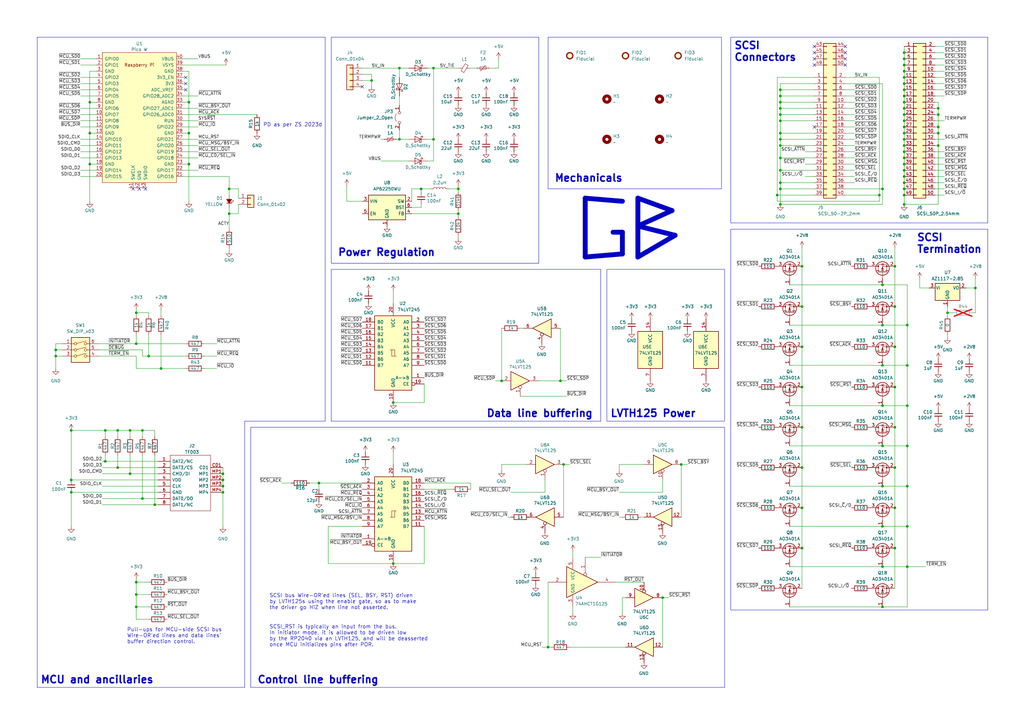
<source format=kicad_sch>
(kicad_sch (version 20230121) (generator eeschema)
  (paper "A3")
  (title_block (title "GBSCSI 2") (date "2024-01-30") (rev "1.0") (comment 1 "Drawn by; George Rudolf Mezzomo") (comment 2 "GBSCSI model 2, 2/2.54mm header, 2.5\" form factor compatible"))
  (junction (at 370.84 49.53))
  (junction (at 361.95 182.88))
  (junction (at 370.84 69.85))
  (junction (at 271.78 245.11))
  (junction (at 43.18 189.23))
  (junction (at 370.84 41.91))
  (junction (at 22.86 146.05))
  (junction (at 48.26 176.53))
  (junction (at 370.84 24.13))
  (junction (at 177.8 27.94))
  (junction (at 370.84 46.99))
  (junction (at 163.83 57.15))
  (junction (at 367.03 191.77))
  (junction (at 55.88 128.27))
  (junction (at 320.04 64.77))
  (junction (at 370.84 52.07))
  (junction (at 48.26 191.77))
  (junction (at 370.84 64.77))
  (junction (at 367.03 224.79))
  (junction (at 370.84 21.59))
  (junction (at 77.47 67.31))
  (junction (at 63.5 207.01))
  (junction (at 370.84 83.82))
  (junction (at 360.68 80.01))
  (junction (at 187.96 87.63))
  (junction (at 370.84 59.69))
  (junction (at 370.84 72.39))
  (junction (at 361.95 232.41))
  (junction (at 370.84 57.15))
  (junction (at 320.04 41.91))
  (junction (at 328.93 191.77))
  (junction (at 372.11 232.41))
  (junction (at 370.84 74.93))
  (junction (at 55.88 238.76))
  (junction (at 328.93 175.26))
  (junction (at 361.95 166.37))
  (junction (at 372.11 166.37))
  (junction (at 55.88 140.97))
  (junction (at 320.04 44.45))
  (junction (at 77.47 54.61))
  (junction (at 231.14 190.5))
  (junction (at 53.34 194.31))
  (junction (at 384.81 52.07))
  (junction (at 370.84 67.31))
  (junction (at 367.03 175.26))
  (junction (at 29.21 201.93))
  (junction (at 328.93 224.79))
  (junction (at 370.84 80.01))
  (junction (at 91.44 199.39))
  (junction (at 367.03 125.73))
  (junction (at 370.84 31.75))
  (junction (at 384.81 44.45))
  (junction (at 370.84 29.21))
  (junction (at 320.04 83.82))
  (junction (at 43.18 176.53))
  (junction (at 55.88 248.92))
  (junction (at 372.11 199.39))
  (junction (at 36.83 67.31))
  (junction (at 320.04 74.93))
  (junction (at 367.03 109.22))
  (junction (at 91.44 196.85))
  (junction (at 384.81 46.99))
  (junction (at 320.04 54.61))
  (junction (at 328.93 109.22))
  (junction (at 205.74 156.21))
  (junction (at 328.93 208.28))
  (junction (at 320.04 39.37))
  (junction (at 367.03 208.28))
  (junction (at 361.95 215.9))
  (junction (at 328.93 125.73))
  (junction (at 93.98 77.47))
  (junction (at 177.8 57.15))
  (junction (at 400.05 118.11))
  (junction (at 91.44 194.31))
  (junction (at 55.88 243.84))
  (junction (at 361.95 149.86))
  (junction (at 91.44 201.93))
  (junction (at 161.29 165.1))
  (junction (at 361.95 77.47))
  (junction (at 320.04 77.47))
  (junction (at 361.95 248.92))
  (junction (at 77.47 41.91))
  (junction (at 372.11 182.88))
  (junction (at 384.81 54.61))
  (junction (at 130.81 198.12))
  (junction (at 361.95 199.39))
  (junction (at 229.87 156.21))
  (junction (at 152.4 33.02))
  (junction (at 320.04 69.85))
  (junction (at 66.04 151.13))
  (junction (at 320.04 59.69))
  (junction (at 53.34 176.53))
  (junction (at 328.93 142.24))
  (junction (at 93.98 87.63))
  (junction (at 318.77 80.01))
  (junction (at 163.83 27.94))
  (junction (at 320.04 36.83))
  (junction (at 367.03 142.24))
  (junction (at 36.83 41.91))
  (junction (at 320.04 49.53))
  (junction (at 370.84 39.37))
  (junction (at 161.29 231.14))
  (junction (at 172.72 77.47))
  (junction (at 372.11 149.86))
  (junction (at 370.84 44.45))
  (junction (at 388.62 128.27))
  (junction (at 320.04 46.99))
  (junction (at 58.42 176.53))
  (junction (at 370.84 36.83))
  (junction (at 279.4 190.5))
  (junction (at 372.11 215.9))
  (junction (at 370.84 34.29))
  (junction (at 370.84 54.61))
  (junction (at 36.83 54.61))
  (junction (at 372.11 133.35))
  (junction (at 22.86 143.51))
  (junction (at 58.42 204.47))
  (junction (at 29.21 196.85))
  (junction (at 370.84 62.23))
  (junction (at 370.84 26.67))
  (junction (at 361.95 116.84))
  (junction (at 367.03 158.75))
  (junction (at 187.96 77.47))
  (junction (at 320.04 57.15))
  (junction (at 384.81 59.69))
  (junction (at 60.96 146.05))
  (junction (at 361.95 133.35))
  (junction (at 29.21 176.53))
  (junction (at 224.79 265.43))
  (junction (at 328.93 158.75))
  (junction (at 370.84 77.47))
  (no_connect (at 76.2 36.83))
  (no_connect (at 346.71 21.59))
  (no_connect (at 54.61 77.47))
  (no_connect (at 334.01 52.07))
  (no_connect (at 334.01 24.13))
  (no_connect (at 76.2 34.29))
  (no_connect (at 148.59 35.56))
  (no_connect (at 334.01 21.59))
  (no_connect (at 76.2 31.75))
  (no_connect (at 59.69 77.47))
  (no_connect (at 346.71 26.67))
  (no_connect (at 346.71 19.05))
  (no_connect (at 346.71 24.13))
  (no_connect (at 334.01 19.05))
  (no_connect (at 57.15 77.47))
  (no_connect (at 334.01 26.67))
  (wire (pts (xy 320.04 39.37) (xy 334.01 39.37)))
  (wire (pts (xy 334.01 34.29) (xy 320.04 34.29)))
  (wire (pts (xy 320.04 36.83) (xy 334.01 36.83)))
  (wire (pts (xy 93.98 85.09) (xy 93.98 87.63)))
  (wire (pts (xy 372.11 149.86) (xy 372.11 166.37)))
  (wire (pts (xy 187.96 76.2) (xy 187.96 77.47)))
  (wire (pts (xy 29.21 176.53) (xy 43.18 176.53)))
  (wire (pts (xy 39.37 62.23) (xy 33.02 62.23)))
  (wire (pts (xy 55.88 140.97) (xy 76.2 140.97)))
  (wire (pts (xy 320.04 46.99) (xy 334.01 46.99)))
  (wire (pts (xy 320.04 41.91) (xy 320.04 44.45)))
  (wire (pts (xy 320.04 59.69) (xy 334.01 59.69)))
  (wire (pts (xy 320.04 69.85) (xy 334.01 69.85)))
  (wire (pts (xy 240.03 228.6) (xy 246.38 228.6)))
  (wire (pts (xy 367.03 142.24) (xy 367.03 158.75)))
  (wire (pts (xy 387.35 34.29) (xy 383.54 34.29)))
  (wire (pts (xy 48.26 176.53) (xy 43.18 176.53)))
  (wire (pts (xy 97.79 87.63) (xy 93.98 87.63)))
  (wire (pts (xy 360.68 82.55) (xy 318.77 82.55)))
  (wire (pts (xy 130.81 198.12) (xy 148.59 198.12)))
  (wire (pts (xy 134.62 215.9) (xy 134.62 231.14)))
  (wire (pts (xy 41.91 191.77) (xy 48.26 191.77)))
  (wire (pts (xy 384.81 54.61) (xy 383.54 54.61)))
  (wire (pts (xy 41.91 204.47) (xy 58.42 204.47)))
  (wire (pts (xy 55.88 238.76) (xy 55.88 237.49)))
  (wire (pts (xy 64.77 201.93) (xy 29.21 201.93)))
  (wire (pts (xy 60.96 248.92) (xy 55.88 248.92)))
  (wire (pts (xy 350.52 49.53) (xy 346.71 49.53)))
  (wire (pts (xy 320.04 83.82) (xy 361.95 83.82)))
  (wire (pts (xy 320.04 77.47) (xy 320.04 74.93)))
  (wire (pts (xy 350.52 52.07) (xy 346.71 52.07)))
  (wire (pts (xy 346.71 59.69) (xy 350.52 59.69)))
  (wire (pts (xy 74.93 29.21) (xy 77.47 29.21)))
  (wire (pts (xy 254 212.09) (xy 255.27 212.09)))
  (polyline (pts (xy 100.33 281.94) (xy 100.33 172.72)))
  (wire (pts (xy 173.99 231.14) (xy 173.99 215.9)))
  (wire (pts (xy 323.85 248.92) (xy 361.95 248.92)))
  (wire (pts (xy 83.82 151.13) (xy 88.9 151.13)))
  (wire (pts (xy 367.03 208.28) (xy 367.03 224.79)))
  (wire (pts (xy 370.84 77.47) (xy 370.84 80.01)))
  (wire (pts (xy 234.95 251.46) (xy 234.95 248.92)))
  (polyline (pts (xy 297.18 281.94) (xy 297.18 175.26)))
  (wire (pts (xy 22.86 146.05) (xy 25.4 146.05)))
  (wire (pts (xy 53.34 176.53) (xy 48.26 176.53)))
  (wire (pts (xy 163.83 39.37) (xy 163.83 43.18)))
  (wire (pts (xy 161.29 185.42) (xy 161.29 190.5)))
  (wire (pts (xy 233.68 190.5) (xy 231.14 190.5)))
  (wire (pts (xy 384.81 52.07) (xy 383.54 52.07)))
  (polyline (pts (xy 15.24 15.24) (xy 15.24 281.94)))
  (wire (pts (xy 320.04 46.99) (xy 320.04 49.53)))
  (wire (pts (xy 177.8 66.04) (xy 175.26 66.04)))
  (wire (pts (xy 328.93 158.75) (xy 328.93 175.26)))
  (wire (pts (xy 74.93 44.45) (xy 81.28 44.45)))
  (polyline (pts (xy 133.35 172.72) (xy 133.35 15.24)))
  (wire (pts (xy 97.79 87.63) (xy 97.79 83.82)))
  (wire (pts (xy 323.85 182.88) (xy 361.95 182.88)))
  (wire (pts (xy 346.71 31.75) (xy 360.68 31.75)))
  (wire (pts (xy 40.64 143.51) (xy 58.42 143.51)))
  (wire (pts (xy 148.59 33.02) (xy 152.4 33.02)))
  (wire (pts (xy 388.62 137.16) (xy 388.62 138.43)))
  (wire (pts (xy 372.11 166.37) (xy 372.11 182.88)))
  (wire (pts (xy 41.91 194.31) (xy 53.34 194.31)))
  (wire (pts (xy 361.95 199.39) (xy 372.11 199.39)))
  (wire (pts (xy 39.37 64.77) (xy 33.02 64.77)))
  (wire (pts (xy 33.02 34.29) (xy 39.37 34.29)))
  (wire (pts (xy 58.42 143.51) (xy 58.42 146.05)))
  (wire (pts (xy 387.35 80.01) (xy 383.54 80.01)))
  (wire (pts (xy 346.71 80.01) (xy 360.68 80.01)))
  (wire (pts (xy 63.5 176.53) (xy 63.5 179.07)))
  (wire (pts (xy 36.83 41.91) (xy 36.83 54.61)))
  (wire (pts (xy 93.98 77.47) (xy 93.98 80.01)))
  (wire (pts (xy 74.93 46.99) (xy 105.41 46.99)))
  (wire (pts (xy 53.34 194.31) (xy 64.77 194.31)))
  (wire (pts (xy 330.2 72.39) (xy 334.01 72.39)))
  (wire (pts (xy 396.24 118.11) (xy 400.05 118.11)))
  (wire (pts (xy 22.86 143.51) (xy 22.86 146.05)))
  (wire (pts (xy 173.99 198.12) (xy 193.04 198.12)))
  (wire (pts (xy 55.88 248.92) (xy 55.88 243.84)))
  (wire (pts (xy 370.84 67.31) (xy 370.84 69.85)))
  (polyline (pts (xy 276.86 96.52) (xy 261.62 92.71)) (stroke (width 2)))
  (wire (pts (xy 387.35 29.21) (xy 383.54 29.21)))
  (wire (pts (xy 172.72 77.47) (xy 172.72 78.74)))
  (wire (pts (xy 328.93 191.77) (xy 328.93 208.28)))
  (wire (pts (xy 148.59 82.55) (xy 142.24 82.55)))
  (wire (pts (xy 254 201.93) (xy 271.78 201.93)))
  (wire (pts (xy 320.04 64.77) (xy 320.04 69.85)))
  (polyline (pts (xy 246.38 110.49) (xy 135.89 110.49)))
  (wire (pts (xy 387.35 36.83) (xy 383.54 36.83)))
  (wire (pts (xy 39.37 72.39) (xy 33.02 72.39)))
  (wire (pts (xy 370.84 62.23) (xy 370.84 64.77)))
  (wire (pts (xy 43.18 189.23) (xy 64.77 189.23)))
  (wire (pts (xy 148.59 27.94) (xy 163.83 27.94)))
  (wire (pts (xy 22.86 146.05) (xy 22.86 151.13)))
  (wire (pts (xy 193.04 27.94) (xy 195.58 27.94)))
  (polyline (pts (xy 240.03 81.28) (xy 240.03 105.41)) (stroke (width 2)))
  (wire (pts (xy 384.81 59.69) (xy 384.81 83.82)))
  (wire (pts (xy 255.27 245.11) (xy 255.27 251.46)))
  (wire (pts (xy 187.96 27.94) (xy 177.8 27.94)))
  (wire (pts (xy 172.72 77.47) (xy 176.53 77.47)))
  (wire (pts (xy 350.52 67.31) (xy 346.71 67.31)))
  (polyline (pts (xy 261.62 105.41) (xy 276.86 96.52)) (stroke (width 2)))
  (wire (pts (xy 177.8 27.94) (xy 177.8 57.15)))
  (wire (pts (xy 391.16 128.27) (xy 388.62 128.27)))
  (wire (pts (xy 184.15 77.47) (xy 187.96 77.47)))
  (polyline (pts (xy 255.27 82.55) (xy 240.03 81.28)) (stroke (width 2)))
  (wire (pts (xy 168.91 87.63) (xy 187.96 87.63)))
  (wire (pts (xy 48.26 186.69) (xy 48.26 191.77)))
  (wire (pts (xy 88.9 146.05) (xy 83.82 146.05)))
  (wire (pts (xy 367.03 175.26) (xy 367.03 191.77)))
  (wire (pts (xy 384.81 41.91) (xy 383.54 41.91)))
  (wire (pts (xy 29.21 196.85) (xy 29.21 176.53)))
  (wire (pts (xy 41.91 189.23) (xy 43.18 189.23)))
  (wire (pts (xy 350.52 57.15) (xy 346.71 57.15)))
  (wire (pts (xy 346.71 77.47) (xy 361.95 77.47)))
  (wire (pts (xy 127 198.12) (xy 130.81 198.12)))
  (wire (pts (xy 271.78 245.11) (xy 271.78 265.43)))
  (wire (pts (xy 361.95 232.41) (xy 372.11 232.41)))
  (wire (pts (xy 41.91 199.39) (xy 64.77 199.39)))
  (polyline (pts (xy 261.62 81.28) (xy 275.59 86.36)) (stroke (width 2)))
  (wire (pts (xy 323.85 199.39) (xy 361.95 199.39)))
  (wire (pts (xy 350.52 46.99) (xy 346.71 46.99)))
  (wire (pts (xy 361.95 182.88) (xy 372.11 182.88)))
  (wire (pts (xy 381 118.11) (xy 377.19 118.11)))
  (wire (pts (xy 205.74 190.5) (xy 205.74 193.04)))
  (wire (pts (xy 384.81 41.91) (xy 384.81 44.45)))
  (wire (pts (xy 177.8 57.15) (xy 175.26 57.15)))
  (wire (pts (xy 53.34 186.69) (xy 53.34 194.31)))
  (polyline (pts (xy 246.38 172.72) (xy 246.38 110.49)))
  (polyline (pts (xy 102.87 175.26) (xy 297.18 175.26)))
  (wire (pts (xy 41.91 207.01) (xy 63.5 207.01)))
  (wire (pts (xy 224.79 238.76) (xy 224.79 265.43)))
  (wire (pts (xy 234.95 226.06) (xy 234.95 228.6)))
  (wire (pts (xy 25.4 140.97) (xy 22.86 140.97)))
  (wire (pts (xy 97.79 77.47) (xy 93.98 77.47)))
  (wire (pts (xy 156.21 66.04) (xy 167.64 66.04)))
  (wire (pts (xy 76.2 36.83) (xy 74.93 36.83)))
  (wire (pts (xy 39.37 59.69) (xy 33.02 59.69)))
  (polyline (pts (xy 135.89 110.49) (xy 135.89 172.72)))
  (wire (pts (xy 187.96 96.52) (xy 187.96 97.79)))
  (wire (pts (xy 43.18 186.69) (xy 43.18 189.23)))
  (wire (pts (xy 361.95 215.9) (xy 372.11 215.9)))
  (wire (pts (xy 328.93 208.28) (xy 328.93 224.79)))
  (wire (pts (xy 66.04 151.13) (xy 55.88 151.13)))
  (wire (pts (xy 74.93 41.91) (xy 77.47 41.91)))
  (wire (pts (xy 175.26 27.94) (xy 177.8 27.94)))
  (wire (pts (xy 76.2 31.75) (xy 74.93 31.75)))
  (wire (pts (xy 361.95 248.92) (xy 372.11 248.92)))
  (wire (pts (xy 187.96 87.63) (xy 187.96 88.9)))
  (wire (pts (xy 328.93 125.73) (xy 328.93 142.24)))
  (wire (pts (xy 205.74 190.5) (xy 215.9 190.5)))
  (wire (pts (xy 130.81 200.66) (xy 130.81 198.12)))
  (wire (pts (xy 142.24 82.55) (xy 142.24 76.2)))
  (wire (pts (xy 36.83 41.91) (xy 39.37 41.91)))
  (polyline (pts (xy 261.62 81.28) (xy 261.62 105.41)) (stroke (width 2)))
  (wire (pts (xy 262.89 212.09) (xy 264.16 212.09)))
  (wire (pts (xy 361.95 133.35) (xy 372.11 133.35)))
  (wire (pts (xy 370.84 46.99) (xy 370.84 49.53)))
  (wire (pts (xy 172.72 77.47) (xy 168.91 77.47)))
  (wire (pts (xy 168.91 85.09) (xy 172.72 85.09)))
  (wire (pts (xy 320.04 54.61) (xy 334.01 54.61)))
  (wire (pts (xy 346.71 62.23) (xy 350.52 62.23)))
  (wire (pts (xy 66.04 127) (xy 66.04 129.54)))
  (wire (pts (xy 134.62 231.14) (xy 161.29 231.14)))
  (wire (pts (xy 323.85 166.37) (xy 361.95 166.37)))
  (wire (pts (xy 60.96 129.54) (xy 60.96 128.27)))
  (wire (pts (xy 334.01 62.23) (xy 330.2 62.23)))
  (wire (pts (xy 66.04 137.16) (xy 66.04 151.13)))
  (wire (pts (xy 152.4 33.02) (xy 152.4 35.56)))
  (wire (pts (xy 58.42 176.53) (xy 63.5 176.53)))
  (wire (pts (xy 74.93 24.13) (xy 81.28 24.13)))
  (wire (pts (xy 91.44 199.39) (xy 91.44 201.93)))
  (wire (pts (xy 387.35 26.67) (xy 383.54 26.67)))
  (wire (pts (xy 370.84 21.59) (xy 370.84 24.13)))
  (wire (pts (xy 252.73 238.76) (xy 264.16 238.76)))
  (wire (pts (xy 55.88 127) (xy 55.88 128.27)))
  (wire (pts (xy 168.91 77.47) (xy 168.91 82.55)))
  (wire (pts (xy 372.11 232.41) (xy 379.73 232.41)))
  (wire (pts (xy 279.4 190.5) (xy 279.4 212.09)))
  (wire (pts (xy 40.64 146.05) (xy 55.88 146.05)))
  (wire (pts (xy 33.02 44.45) (xy 39.37 44.45)))
  (wire (pts (xy 387.35 21.59) (xy 383.54 21.59)))
  (wire (pts (xy 53.34 176.53) (xy 58.42 176.53)))
  (wire (pts (xy 162.56 57.15) (xy 163.83 57.15)))
  (wire (pts (xy 148.59 215.9) (xy 134.62 215.9)))
  (wire (pts (xy 328.93 142.24) (xy 328.93 158.75)))
  (wire (pts (xy 200.66 27.94) (xy 204.47 27.94)))
  (wire (pts (xy 40.64 140.97) (xy 55.88 140.97)))
  (polyline (pts (xy 275.59 86.36) (xy 275.59 86.36)) (stroke (width 2)))
  (wire (pts (xy 77.47 54.61) (xy 77.47 67.31)))
  (wire (pts (xy 370.84 74.93) (xy 370.84 77.47)))
  (wire (pts (xy 367.03 191.77) (xy 367.03 208.28)))
  (wire (pts (xy 60.96 254) (xy 55.88 254)))
  (wire (pts (xy 388.62 128.27) (xy 388.62 125.73)))
  (wire (pts (xy 370.84 72.39) (xy 370.84 74.93)))
  (wire (pts (xy 55.88 128.27) (xy 60.96 128.27)))
  (wire (pts (xy 217.17 212.09) (xy 215.9 212.09)))
  (wire (pts (xy 367.03 109.22) (xy 367.03 125.73)))
  (wire (pts (xy 361.95 77.47) (xy 361.95 83.82)))
  (wire (pts (xy 350.52 69.85) (xy 346.71 69.85)))
  (wire (pts (xy 328.93 224.79) (xy 328.93 241.3)))
  (wire (pts (xy 115.57 198.12) (xy 119.38 198.12)))
  (wire (pts (xy 163.83 57.15) (xy 167.64 57.15)))
  (wire (pts (xy 323.85 133.35) (xy 361.95 133.35)))
  (wire (pts (xy 224.79 265.43) (xy 226.06 265.43)))
  (wire (pts (xy 400.05 118.11) (xy 400.05 114.3)))
  (wire (pts (xy 370.84 41.91) (xy 370.84 44.45)))
  (wire (pts (xy 220.98 156.21) (xy 229.87 156.21)))
  (wire (pts (xy 74.93 57.15) (xy 81.28 57.15)))
  (wire (pts (xy 33.02 36.83) (xy 39.37 36.83)))
  (wire (pts (xy 33.02 31.75) (xy 39.37 31.75)))
  (wire (pts (xy 320.04 44.45) (xy 334.01 44.45)))
  (wire (pts (xy 388.62 129.54) (xy 388.62 128.27)))
  (wire (pts (xy 74.93 26.67) (xy 92.71 26.67)))
  (wire (pts (xy 91.44 196.85) (xy 91.44 199.39)))
  (wire (pts (xy 350.52 39.37) (xy 346.71 39.37)))
  (wire (pts (xy 320.04 57.15) (xy 334.01 57.15)))
  (wire (pts (xy 370.84 49.53) (xy 370.84 52.07)))
  (wire (pts (xy 93.98 101.6) (xy 93.98 102.87)))
  (wire (pts (xy 60.96 137.16) (xy 60.96 146.05)))
  (wire (pts (xy 377.19 118.11) (xy 377.19 114.3)))
  (wire (pts (xy 58.42 176.53) (xy 58.42 179.07)))
  (wire (pts (xy 22.86 140.97) (xy 22.86 143.51)))
  (wire (pts (xy 370.84 80.01) (xy 370.84 83.82)))
  (wire (pts (xy 222.25 265.43) (xy 224.79 265.43)))
  (wire (pts (xy 76.2 151.13) (xy 66.04 151.13)))
  (wire (pts (xy 383.54 59.69) (xy 384.81 59.69)))
  (polyline (pts (xy 102.87 175.26) (xy 102.87 281.94)))
  (wire (pts (xy 361.95 34.29) (xy 361.95 77.47)))
  (wire (pts (xy 76.2 34.29) (xy 74.93 34.29)))
  (wire (pts (xy 328.93 101.6) (xy 328.93 109.22)))
  (wire (pts (xy 58.42 186.69) (xy 58.42 204.47)))
  (wire (pts (xy 43.18 176.53) (xy 43.18 179.07)))
  (wire (pts (xy 370.84 69.85) (xy 370.84 72.39)))
  (wire (pts (xy 91.44 191.77) (xy 91.44 194.31)))
  (wire (pts (xy 152.4 30.48) (xy 152.4 33.02)))
  (polyline (pts (xy 135.89 172.72) (xy 246.38 172.72)))
  (wire (pts (xy 60.96 243.84) (xy 55.88 243.84)))
  (wire (pts (xy 384.81 44.45) (xy 384.81 46.99)))
  (wire (pts (xy 231.14 190.5) (xy 231.14 212.09)))
  (wire (pts (xy 384.81 46.99) (xy 383.54 46.99)))
  (wire (pts (xy 33.02 26.67) (xy 39.37 26.67)))
  (wire (pts (xy 387.35 69.85) (xy 383.54 69.85)))
  (wire (pts (xy 161.29 231.14) (xy 173.99 231.14)))
  (wire (pts (xy 39.37 29.21) (xy 36.83 29.21)))
  (wire (pts (xy 74.93 67.31) (xy 77.47 67.31)))
  (wire (pts (xy 361.95 149.86) (xy 372.11 149.86)))
  (wire (pts (xy 370.84 26.67) (xy 370.84 29.21)))
  (wire (pts (xy 55.88 151.13) (xy 55.88 146.05)))
  (wire (pts (xy 328.93 175.26) (xy 328.93 191.77)))
  (wire (pts (xy 254 190.5) (xy 254 193.04)))
  (wire (pts (xy 60.96 238.76) (xy 55.88 238.76)))
  (wire (pts (xy 350.52 44.45) (xy 346.71 44.45)))
  (wire (pts (xy 156.21 57.15) (xy 157.48 57.15)))
  (wire (pts (xy 55.88 254) (xy 55.88 248.92)))
  (wire (pts (xy 370.84 36.83) (xy 370.84 39.37)))
  (wire (pts (xy 58.42 146.05) (xy 60.96 146.05)))
  (polyline (pts (xy 261.62 92.71) (xy 261.62 92.71)) (stroke (width 2)))
  (wire (pts (xy 36.83 67.31) (xy 39.37 67.31)))
  (wire (pts (xy 323.85 149.86) (xy 361.95 149.86)))
  (wire (pts (xy 204.47 27.94) (xy 204.47 24.13)))
  (wire (pts (xy 318.77 31.75) (xy 318.77 80.01)))
  (wire (pts (xy 370.84 31.75) (xy 370.84 34.29)))
  (wire (pts (xy 55.88 137.16) (xy 55.88 140.97)))
  (polyline (pts (xy 276.86 96.52) (xy 276.86 96.52)) (stroke (width 2)))
  (wire (pts (xy 372.11 182.88) (xy 372.11 199.39)))
  (wire (pts (xy 33.02 49.53) (xy 39.37 49.53)))
  (wire (pts (xy 274.32 245.11) (xy 271.78 245.11)))
  (wire (pts (xy 320.04 57.15) (xy 320.04 59.69)))
  (wire (pts (xy 74.93 54.61) (xy 77.47 54.61)))
  (wire (pts (xy 281.94 190.5) (xy 279.4 190.5)))
  (wire (pts (xy 36.83 29.21) (xy 36.83 41.91)))
  (wire (pts (xy 36.83 54.61) (xy 36.83 67.31)))
  (wire (pts (xy 370.84 24.13) (xy 370.84 26.67)))
  (wire (pts (xy 323.85 232.41) (xy 361.95 232.41)))
  (wire (pts (xy 372.11 215.9) (xy 372.11 232.41)))
  (wire (pts (xy 384.81 52.07) (xy 384.81 54.61)))
  (wire (pts (xy 320.04 64.77) (xy 334.01 64.77)))
  (polyline (pts (xy 100.33 172.72) (xy 133.35 172.72)))
  (wire (pts (xy 203.2 156.21) (xy 205.74 156.21)))
  (wire (pts (xy 55.88 243.84) (xy 55.88 238.76)))
  (wire (pts (xy 163.83 53.34) (xy 163.83 57.15)))
  (wire (pts (xy 74.93 69.85) (xy 81.28 69.85)))
  (wire (pts (xy 33.02 39.37) (xy 39.37 39.37)))
  (wire (pts (xy 213.36 134.62) (xy 214.63 134.62)))
  (wire (pts (xy 387.35 31.75) (xy 383.54 31.75)))
  (wire (pts (xy 318.77 82.55) (xy 318.77 80.01)))
  (wire (pts (xy 193.04 200.66) (xy 193.04 198.12)))
  (wire (pts (xy 320.04 44.45) (xy 320.04 46.99)))
  (wire (pts (xy 91.44 201.93) (xy 91.44 215.9)))
  (wire (pts (xy 77.47 41.91) (xy 77.47 54.61)))
  (wire (pts (xy 233.68 265.43) (xy 256.54 265.43)))
  (polyline (pts (xy 15.24 281.94) (xy 100.33 281.94)))
  (wire (pts (xy 33.02 46.99) (xy 39.37 46.99)))
  (wire (pts (xy 173.99 157.48) (xy 173.99 165.1)))
  (wire (pts (xy 372.11 199.39) (xy 372.11 215.9)))
  (wire (pts (xy 320.04 77.47) (xy 334.01 77.47)))
  (wire (pts (xy 320.04 59.69) (xy 320.04 64.77)))
  (wire (pts (xy 93.98 87.63) (xy 93.98 93.98)))
  (wire (pts (xy 384.81 46.99) (xy 384.81 52.07)))
  (wire (pts (xy 320.04 34.29) (xy 320.04 36.83)))
  (wire (pts (xy 167.64 27.94) (xy 163.83 27.94)))
  (wire (pts (xy 187.96 86.36) (xy 187.96 87.63)))
  (wire (pts (xy 55.88 128.27) (xy 55.88 129.54)))
  (wire (pts (xy 400.05 128.27) (xy 400.05 118.11)))
  (wire (pts (xy 264.16 190.5) (xy 254 190.5)))
  (wire (pts (xy 372.11 232.41) (xy 372.11 248.92)))
  (wire (pts (xy 320.04 36.83) (xy 320.04 39.37)))
  (wire (pts (xy 91.44 194.31) (xy 91.44 196.85)))
  (wire (pts (xy 383.54 57.15) (xy 387.35 57.15)))
  (wire (pts (xy 350.52 36.83) (xy 346.71 36.83)))
  (wire (pts (xy 330.2 67.31) (xy 334.01 67.31)))
  (wire (pts (xy 39.37 69.85) (xy 33.02 69.85)))
  (polyline (pts (xy 251.46 95.25) (xy 255.27 95.25)) (stroke (width 2)))
  (wire (pts (xy 360.68 80.01) (xy 360.68 31.75)))
  (wire (pts (xy 229.87 134.62) (xy 229.87 156.21)))
  (wire (pts (xy 370.84 44.45) (xy 370.84 46.99)))
  (wire (pts (xy 208.28 212.09) (xy 209.55 212.09)))
  (wire (pts (xy 74.93 39.37) (xy 81.28 39.37)))
  (polyline (pts (xy 261.62 92.71) (xy 275.59 86.36)) (stroke (width 2)))
  (wire (pts (xy 320.04 49.53) (xy 334.01 49.53)))
  (wire (pts (xy 318.77 80.01) (xy 334.01 80.01)))
  (wire (pts (xy 370.84 54.61) (xy 370.84 57.15)))
  (wire (pts (xy 271.78 201.93) (xy 271.78 196.85)))
  (wire (pts (xy 256.54 245.11) (xy 255.27 245.11)))
  (wire (pts (xy 367.03 158.75) (xy 367.03 175.26)))
  (wire (pts (xy 74.93 64.77) (xy 81.28 64.77)))
  (wire (pts (xy 74.93 62.23) (xy 81.28 62.23)))
  (wire (pts (xy 320.04 69.85) (xy 320.04 74.93)))
  (wire (pts (xy 387.35 74.93) (xy 383.54 74.93)))
  (wire (pts (xy 387.35 67.31) (xy 383.54 67.31)))
  (wire (pts (xy 36.83 67.31) (xy 36.83 82.55)))
  (wire (pts (xy 36.83 54.61) (xy 39.37 54.61)))
  (wire (pts (xy 350.52 64.77) (xy 346.71 64.77)))
  (wire (pts (xy 320.04 83.82) (xy 320.04 77.47)))
  (wire (pts (xy 74.93 59.69) (xy 81.28 59.69)))
  (wire (pts (xy 328.93 109.22) (xy 328.93 125.73)))
  (wire (pts (xy 370.84 59.69) (xy 370.84 62.23)))
  (wire (pts (xy 367.03 101.6) (xy 367.03 109.22)))
  (wire (pts (xy 53.34 176.53) (xy 53.34 179.07)))
  (wire (pts (xy 63.5 186.69) (xy 63.5 207.01)))
  (wire (pts (xy 232.41 162.56) (xy 213.36 162.56)))
  (wire (pts (xy 370.84 19.05) (xy 370.84 21.59)))
  (wire (pts (xy 370.84 29.21) (xy 370.84 31.75)))
  (wire (pts (xy 323.85 215.9) (xy 361.95 215.9)))
  (wire (pts (xy 39.37 57.15) (xy 33.02 57.15)))
  (wire (pts (xy 384.81 44.45) (xy 383.54 44.45)))
  (wire (pts (xy 387.35 72.39) (xy 383.54 72.39)))
  (wire (pts (xy 370.84 52.07) (xy 370.84 54.61)))
  (wire (pts (xy 161.29 119.38) (xy 161.29 124.46)))
  (wire (pts (xy 33.02 52.07) (xy 39.37 52.07)))
  (wire (pts (xy 350.52 41.91) (xy 346.71 41.91)))
  (wire (pts (xy 350.52 74.93) (xy 346.71 74.93)))
  (wire (pts (xy 320.04 41.91) (xy 334.01 41.91)))
  (wire (pts (xy 384.81 54.61) (xy 384.81 59.69)))
  (wire (pts (xy 232.41 156.21) (xy 229.87 156.21)))
  (wire (pts (xy 63.5 207.01) (xy 64.77 207.01)))
  (wire (pts (xy 372.11 116.84) (xy 372.11 133.35)))
  (wire (pts (xy 223.52 201.93) (xy 223.52 196.85)))
  (polyline (pts (xy 102.87 281.94) (xy 297.18 281.94)))
  (wire (pts (xy 64.77 196.85) (xy 29.21 196.85)))
  (wire (pts (xy 387.35 24.13) (xy 383.54 24.13)))
  (wire (pts (xy 320.04 39.37) (xy 320.04 41.91)))
  (wire (pts (xy 74.93 52.07) (xy 81.28 52.07)))
  (wire (pts (xy 383.54 49.53) (xy 387.35 49.53)))
  (wire (pts (xy 334.01 31.75) (xy 318.77 31.75)))
  (wire (pts (xy 185.42 200.66) (xy 173.99 200.66)))
  (wire (pts (xy 33.02 24.13) (xy 39.37 24.13)))
  (wire (pts (xy 370.84 39.37) (xy 370.84 41.91)))
  (wire (pts (xy 387.35 39.37) (xy 383.54 39.37)))
  (wire (pts (xy 93.98 72.39) (xy 93.98 77.47)))
  (wire (pts (xy 360.68 80.01) (xy 360.68 82.55)))
  (wire (pts (xy 74.93 49.53) (xy 81.28 49.53)))
  (wire (pts (xy 350.52 54.61) (xy 346.71 54.61)))
  (wire (pts (xy 350.52 72.39) (xy 346.71 72.39)))
  (wire (pts (xy 370.84 34.29) (xy 370.84 36.83)))
  (polyline (pts (xy 240.03 105.41) (xy 255.27 104.14)) (stroke (width 2)))
  (wire (pts (xy 367.03 224.79) (xy 367.03 241.3)))
  (wire (pts (xy 29.21 201.93) (xy 29.21 215.9)))
  (wire (pts (xy 383.54 62.23) (xy 387.35 62.23)))
  (wire (pts (xy 320.04 74.93) (xy 334.01 74.93)))
  (wire (pts (xy 177.8 57.15) (xy 177.8 66.04)))
  (wire (pts (xy 48.26 191.77) (xy 64.77 191.77)))
  (wire (pts (xy 22.86 143.51) (xy 25.4 143.51)))
  (wire (pts (xy 88.9 140.97) (xy 83.82 140.97)))
  (wire (pts (xy 320.04 49.53) (xy 320.04 54.61)))
  (wire (pts (xy 320.04 54.61) (xy 320.04 57.15)))
  (wire (pts (xy 172.72 85.09) (xy 172.72 83.82)))
  (wire (pts (xy 387.35 77.47) (xy 383.54 77.47)))
  (wire (pts (xy 323.85 116.84) (xy 361.95 116.84)))
  (wire (pts (xy 205.74 134.62) (xy 205.74 156.21)))
  (wire (pts (xy 361.95 116.84) (xy 372.11 116.84)))
  (wire (pts (xy 97.79 81.28) (xy 97.79 77.47)))
  (wire (pts (xy 209.55 201.93) (xy 223.52 201.93)))
  (wire (pts (xy 74.93 72.39) (xy 93.98 72.39)))
  (wire (pts (xy 361.95 166.37) (xy 372.11 166.37)))
  (wire (pts (xy 148.59 30.48) (xy 152.4 30.48)))
  (wire (pts (xy 346.71 34.29) (xy 361.95 34.29)))
  (wire (pts (xy 77.47 29.21) (xy 77.47 41.91)))
  (wire (pts (xy 387.35 64.77) (xy 383.54 64.77)))
  (wire (pts (xy 398.78 128.27) (xy 400.05 128.27)))
  (wire (pts (xy 372.11 133.35) (xy 372.11 149.86)))
  (wire (pts (xy 173.99 165.1) (xy 161.29 165.1)))
  (wire (pts (xy 370.84 57.15) (xy 370.84 59.69)))
  (wire (pts (xy 77.47 67.31) (xy 77.47 82.55)))
  (wire (pts (xy 48.26 179.07) (xy 48.26 176.53)))
  (polyline (pts (xy 255.27 104.14) (xy 255.27 95.25)) (stroke (width 2)))
  (wire (pts (xy 370.84 83.82) (xy 384.81 83.82)))
  (wire (pts (xy 187.96 77.47) (xy 187.96 78.74)))
  (wire (pts (xy 370.84 64.77) (xy 370.84 67.31)))
  (wire (pts (xy 58.42 204.47) (xy 64.77 204.47)))
  (polyline (pts (xy 133.35 15.24) (xy 15.24 15.24)))
  (wire (pts (xy 367.03 125.73) (xy 367.03 142.24)))
  (wire (pts (xy 163.83 27.94) (xy 163.83 31.75)))
  (wire (pts (xy 60.96 146.05) (xy 76.2 146.05)))
  (wire (pts (xy 387.35 19.05) (xy 383.54 19.05)))
  (rectangle (start 299.72 93.98) (end 405.13 250.19))
  (rectangle (start 224.79 15.24) (end 295.91 77.47))
  (rectangle (start 248.92 110.49) (end 297.18 172.72))
  (rectangle (start 299.72 15.24) (end 405.13 91.44))
  (rectangle (start 135.89 15.24) (end 220.98 107.95))
  (text "PD as per ZS 2023d\n\n" (at 107.95 54.61 0) (effects (font (size 1.524 1.524)) (justify left bottom)))
  (text "Pull-ups for MCU-side SCSI bus\nWire-OR'ed lines and data lines'\nbuffer direction control." (at 52.07 264.16 0) (effects (font (size 1.524 1.524)) (justify left bottom)))
  (text "MCU and ancillaries" (at 16.51 280.67 0) (effects (font (size 3 3) (thickness 0.6) bold) (justify left bottom)))
  (text "SCSI_RST is typically an input from the bus.\nIn initiator mode, it is allowed to be driven low\nby the RP2040 via an LVTH125, and will be deasserted\nonce MCU initializes pins after POR." (at 110.49 265.43 0) (effects (font (size 1.524 1.524)) (justify left bottom)))
  (text "Data line buffering" (at 199.39 171.45 0) (effects (font (size 3 3) (thickness 0.6) bold) (justify left bottom)))
  (text "LVTH125 Power" (at 250.19 171.45 0) (effects (font (size 3 3) (thickness 0.6) bold) (justify left bottom)))
  (text "Power Regulation" (at 138.43 105.41 0) (effects (font (size 3 3) (thickness 0.6) bold) (justify left bottom)))
  (text "SCSI\nConnectors" (at 300.99 25.4 0) (effects (font (size 3 3) (thickness 0.6) bold) (justify left bottom)))
  (text "Mechanicals" (at 227.33 74.93 0) (effects (font (size 3 3) (thickness 0.6) bold) (justify left bottom)))
  (text "Control line buffering" (at 105.41 280.67 0) (effects (font (size 3 3) (thickness 0.6) bold) (justify left bottom)))
  (text "SCSI bus Wire-OR'ed lines (SEL, BSY, RST) driven\nby LVTH125s using the enable gate, so as to make\nthe driver go HiZ when line not asserted." (at 110.49 250.19 0) (effects (font (size 1.524 1.524)) (justify left bottom)))
  (text "SCSI\nTermination" (at 375.92 104.14 0) (effects (font (size 3 3) (thickness 0.6) bold) (justify left bottom)))
  (label "~{SCSI_BSY}" (at 349.25 125.73 180))
  (label "~{MCU_REQ}" (at 88.9 146.05 0))
  (label "SCSI_~{ATTN}" (at 330.2 62.23 0))
  (label "~{MCU_SD5}" (at 148.59 137.16 180))
  (label "~{MCU_CD{slash}SEL_IN}" (at 208.28 212.09 180))
  (label "~{SCSI_MSG}" (at 387.35 69.85 0))
  (label "~{INITIATOR}" (at 148.59 220.98 180))
  (label "~{SCSI_SD5}" (at 173.99 137.16 0))
  (label "SDIO_D3" (at 33.02 72.39 180))
  (label "~{BUS_DIR}" (at 173.99 154.94 0))
  (label "SCSI_I{slash}~{O} " (at 330.2 72.39 180))
  (label "~{SCSI_ACK}" (at 350.52 64.77 0))
  (label "5V_IN" (at 152.4 27.94 0))
  (label "SDIO_CMD" (at 41.91 194.31 180))
  (label "VBUS" (at 156.21 66.04 180))
  (label "~{DEBUG}" (at 44.45 143.51 0))
  (label "SDIO_D2" (at 41.91 189.23 180))
  (label "~{MCU_ACK}" (at 173.99 198.12 0))
  (label "~{SCSI_SD5}" (at 350.52 49.53 0))
  (label "~{SCSI_SD4}" (at 173.99 139.7 0))
  (label "~{SCSI_MSG}" (at 350.52 67.31 0))
  (label "~{SCSI_SD3}" (at 311.15 158.75 180))
  (label "SCSI_~{REQ}" (at 349.25 224.79 180))
  (label "~{SCSI_SDP}" (at 387.35 39.37 0))
  (label "~{SCSI_SD2}" (at 173.99 144.78 0))
  (label "~{MCU_IO}" (at 148.59 208.28 180))
  (label "~{SCSI_SD7}" (at 311.15 224.79 180))
  (label "~{SCSI_SD7}" (at 387.35 36.83 0))
  (label "VBUS" (at 81.28 24.13 0))
  (label "~{SCSI_SD0}" (at 311.15 109.22 180))
  (label "~{INITIATOR}" (at 246.38 228.6 0))
  (label "~{SCSI_SD1}" (at 173.99 147.32 0))
  (label "~{SCSI_SDP}" (at 350.52 57.15 0))
  (label "~{SCSI_BSY}" (at 350.52 62.23 0))
  (label "~{MCU_SD7}" (at 33.02 46.99 180))
  (label "~{INITIATOR}" (at 44.45 140.97 0))
  (label "~{SCSI_SDP}" (at 311.15 241.3 180))
  (label "~{MCU_IO}" (at 81.28 52.07 0))
  (label "~{MCU_SD3}" (at 33.02 34.29 180))
  (label "~{BUS_DIR}" (at 33.02 52.07 180))
  (label "SYS~{RST}" (at 81.28 49.53 0))
  (label "~{SCSI_MSG}" (at 173.99 213.36 0))
  (label "~{SCSI_ACK}" (at 115.57 198.12 180))
  (label "~{MCU_SD5}" (at 33.02 39.37 180))
  (label "~{MCU_ACK}" (at 81.28 46.99 0))
  (label "SDIO_D1" (at 33.02 64.77 180))
  (label "SCSI_~{ATTN}" (at 349.25 109.22 180))
  (label "SCSI_~{REQ}" (at 173.99 203.2 0))
  (label "~{SCSI_SEL}" (at 233.68 190.5 0))
  (label "~{MCU_SD1}" (at 148.59 147.32 180))
  (label "SCSI_I{slash}~{O} " (at 349.25 241.3 180))
  (label "TERMPWR" (at 387.35 49.53 0))
  (label "~{SCSI_SD2}" (at 350.52 41.91 0))
  (label "SCSI_I{slash}~{O} " (at 387.35 80.01 0))
  (label "SCSI_I{slash}~{O} " (at 173.99 208.28 0))
  (label "~{MCU_SD3}" (at 148.59 142.24 180))
  (label "SDIO_D1" (at 41.91 207.01 180))
  (label "~{SCSI_SD7}" (at 173.99 132.08 0))
  (label "~{MCU_REQ}" (at 148.59 203.2 180))
  (label "~{SCSI_ACK}" (at 349.25 142.24 180))
  (label "SCSI_~{C}{slash}D" (at 387.35 74.93 0))
  (label "~{MCU_ATTN}" (at 81.28 39.37 0))
  (label "~{SCSI_SD1}" (at 387.35 21.59 0))
  (label "~{TERM_EN}" (at 44.45 146.05 0))
  (label "~{SCSI_SD0}" (at 350.52 36.83 0))
  (label "~{MCU_SEL_OUT}" (at 81.28 62.23 0))
  (label "SDIO_D0" (at 41.91 204.47 180))
  (label "~{SCSI_SEL}" (at 350.52 69.85 0))
  (label "~{MCU_BSY_OUT}" (at 81.28 44.45 0))
  (label "~{SCSI_SEL}" (at 387.35 72.39 0))
  (label "~{SCSI_SD3}" (at 387.35 26.67 0))
  (label "~{MCU_SD4}" (at 33.02 36.83 180))
  (label "SCSI_~{REQ}" (at 350.52 74.93 0))
  (label "~{SCSI_BSY}" (at 387.35 62.23 0))
  (label "~{MCU_ATTN}" (at 88.9 140.97 0))
  (label "5V_TIE" (at 180.34 27.94 0))
  (label "SDIO_CLK" (at 41.91 199.39 180))
  (label "~{MCU_CD{slash}SEL_IN}" (at 148.59 205.74 180))
  (label "SDIO_D2" (at 33.02 69.85 180))
  (label "~{SCSI_RST}" (at 330.2 67.31 180))
  (label "~{SCSI_SD0}" (at 173.99 149.86 0))
  (label "SCSI_~{ATTN}" (at 387.35 57.15 0))
  (label "SCSI_~{C}{slash}D" (at 350.52 72.39 0))
  (label "~{MCU_SD2}" (at 33.02 31.75 180))
  (label "~{MCU_SEL_OUT}" (at 68.58 254 0))
  (label "~{SCSI_SD6}" (at 350.52 52.07 0))
  (label "~{MCU_REQ}" (at 81.28 69.85 0))
  (label "MCU_RST" (at 222.25 265.43 180))
  (label "~{SCSI_SD3}" (at 173.99 142.24 0))
  (label "SCSI_~{ATTN}" (at 148.59 210.82 180))
  (label "~{MCU_SD4}" (at 148.59 139.7 180))
  (label "SDIO_D0" (at 33.02 62.23 180))
  (label "SDIO_CMD" (at 33.02 59.69 180))
  (label "~{SCSI_SD6}" (at 173.99 134.62 0))
  (label "~{MCU_BSY_OUT}" (at 148.59 223.52 180))
  (label "SDIO_D3" (at 41.91 191.77 180))
  (label "~{SCSI_SD5}" (at 387.35 31.75 0))
  (label "~{SCSI_SD7}" (at 350.52 54.61 0))
  (label "~{SCSI_SD5}" (at 311.15 191.77 180))
  (label "~{MCU_SD7}" (at 148.59 132.08 180))
  (label "~{SCSI_SD2}" (at 387.35 24.13 0))
  (label "~{MCU_MSG{slash}BSY_IN}" (at 254 212.09 180))
  (label "~{MCU_SEL_OUT}" (at 209.55 201.93 180))
  (label "SCSI_~{C}{slash}D" (at 173.99 205.74 0))
  (label "~{SCSI_SD4}" (at 311.15 175.26 180))
  (label "~{MCU_ATTN}" (at 173.99 210.82 0))
  (label "~{MCU_SD6}" (at 148.59 134.62 180))
  (label "~{SCSI_SD4}" (at 350.52 46.99 0))
  (label "~{SCSI_SD4}" (at 387.35 29.21 0))
  (label "~{MCU_CD{slash}SEL_IN}" (at 81.28 64.77 0))
  (label "~{SCSI_SD1}" (at 350.52 39.37 0))
  (label "~{SCSI_RST}" (at 349.25 158.75 180))
  (label "~{SCSI_SD0}" (at 387.35 19.05 0))
  (label "SCSI_~{REQ}" (at 387.35 77.47 0))
  (label "~{SCSI_SD1}" (at 311.15 125.73 180))
  (label "~{SCSI_BSY}" (at 281.94 190.5 0))
  (label "~{SCSI_ACK}" (at 387.35 64.77 0))
  (label "~{MCU_SD6}" (at 33.02 44.45 180))
  (label "~{MCU_BSY_OUT}" (at 68.58 243.84 0))
  (label "~{RST_OUT}" (at 68.58 248.92 0))
  (label "~{RST_OUT}" (at 264.16 238.76 180))
  (label "~{MCU_BSY_OUT}" (at 254 201.93 180))
  (label "~{SCSI_SEL}" (at 349.25 191.77 180))
  (label "5V_IN" (at 350.52 31.75 0))
  (label "~{MCU_IO}" (at 88.9 151.13 0))
  (label "~{SCSI_MSG}" (at 349.25 175.26 180))
  (label "~{MCU_SD2}" (at 148.59 144.78 180))
  (label "~{SCSI_SD2}" (at 311.15 142.24 180))
  (label "~{SCSI_SD3}" (at 350.52 44.45 0))
  (label "~{BUS_DIR}" (at 68.58 238.76 0))
  (label "~{MCU_SDP}" (at 33.02 49.53 180))
  (label "TERMPWR" (at 156.21 57.15 180))
  (label "~{SCSI_RST}" (at 274.32 245.11 0))
  (label "~{SCSI_SD6}" (at 387.35 34.29 0))
  (label "~{MCU_SDP}" (at 203.2 156.21 180))
  (label "~{TERM_EN}" (at 379.73 232.41 0))
  (label "MCU_RST" (at 81.28 57.15 0))
  (label "~{MCU_SD1}" (at 33.02 26.67 180))
  (label "~{SCSI_RST}" (at 387.35 67.31 0))
  (label "~{SCSI_ACK}" (at 148.59 200.66 180))
  (label "SDIO_CLK" (at 33.02 57.15 180))
  (label "SCSI_~{C}{slash}D" (at 349.25 208.28 180))
  (label "ACTY" (at 93.98 92.71 180))
  (label "~{BUS_DIR}" (at 232.41 162.56 0))
  (label "~{SCSI_SD6}" (at 311.15 208.28 180))
  (label "~{MCU_SD0}" (at 33.02 24.13 180))
  (label "~{SCSI_SDP}" (at 232.41 156.21 0))
  (label "~{MCU_MSG{slash}BSY_IN}" (at 81.28 59.69 0))
  (label "TERMPWR" (at 350.52 59.69 0))
  (label "~{MCU_SD0}" (at 148.59 149.86 180))
  (label "~{MCU_MSG{slash}BSY_IN}" (at 148.59 213.36 180))
  (symbol (lib_id "zuluscsi-rescue:+5V") (at 92.71 26.67 0) (unit 1)
    (property "Reference" "#PWR013" (effects hide))
    (property "Value" "+5V" (at 92.71 21.59 0))
  )
  (symbol (lib_id "Mechanical:Fiducial") (at 233.68 22.86 0) (unit 1)
    (property "Reference" "FID1" (at 236.22 21.59 0) (effects (justify left)))
    (property "Value" "Fiducial" (at 236.22 24.13 0) (effects (justify left)))
    (property "Footprint" "Fiducial:Fiducial_0.5mm_Mask1mm" (effects hide))
    (property "LCSC" "N/A" (effects hide))
  )
  (symbol (lib_id "74xx:74LS245") (at 161.29 210.82 0) (unit 1)
    (property "Reference" "U3" (at 166.37 190.5 0))
    (property "Value" "74LVT245" (at 168.91 193.04 0))
    (property "Footprint" "Package_SO:SSOP-20_5.3x7.2mm_P0.65mm" (effects hide))
    (property "Datasheet" "http://www.ti.com/lit/gpn/sn74LS245" (effects hide))
    (property "LCSC" "C2652121" (effects hide))
  )
  (symbol (lib_id "power:+3.3V") (at 151.13 119.38 0) (unit 1)
    (property "Reference" "#PWR019" (effects hide))
    (property "Value" "+3.3V" (at 151.13 114.3 0))
  )
  (symbol (lib_id "zuluscsi-rescue:GND") (at 77.47 82.55 0) (unit 1)
    (property "Reference" "#PWR011" (effects hide))
    (property "Value" "GND" (at 77.47 86.36 0))
  )
  (symbol (lib_id "Mechanical:MountingHole") (at 270.51 57.15 0) (unit 1) (in_bom no)
    (property "Reference" "H4" (at 273.05 55.88 0) (effects (justify left)))
    (property "Value" "~" (at 273.05 58.42 0) (effects (justify left)))
    (property "Footprint" "GBSCSI:MH2.5_NPTH" (effects hide))
    (property "LCSC" "N/A" (effects hide))
  )
  (symbol (lib_id "zuluscsi-rescue:+5V") (at 199.39 38.1 0) (mirror y) (unit 1)
    (property "Reference" "#PWR075" (effects hide))
    (property "Value" "+5V" (at 199.39 33.02 0))
  )
  (symbol (lib_id "zuluscsi-rescue:R") (at 60.96 133.35 0) (unit 1)
    (property "Reference" "R6" (at 62.992 133.35 90))
    (property "Value" "1k" (at 60.96 133.35 90))
    (property "Footprint" "Resistor_SMD:R_0603_1608Metric" (effects hide))
    (property "LCSC" "C21190" (effects hide))
  )
  (symbol (lib_id "Connector_Generic:Conn_02x25_Odd_Even") (at 375.92 49.53 0) (unit 1)
    (property "Reference" "J6" (at 377.19 85.09 0))
    (property "Value" "SCSI_50P_2.54mm" (at 384.81 87.63 0))
    (property "Footprint" "Connector_IDC:IDC-Header_2x25_P2.54mm_Horizontal" (effects hide))
    (property "LCSC" "N/A" (effects hide))
  )
  (symbol (lib_id "zuluscsi-rescue:GND") (at 205.74 193.04 0) (mirror y) (unit 1)
    (property "Reference" "#PWR026" (effects hide))
    (property "Value" "GND" (at 205.613 197.4342 0))
  )
  (symbol (lib_id "74xx:74LVC125") (at 289.56 143.51 0) (unit 5)
    (property "Reference" "U6" (at 288.29 142.24 0))
    (property "Value" "74LVT125" (at 289.56 144.78 0))
    (property "Footprint" "Package_SO:TSSOP-14_4.4x5mm_P0.65mm" (effects hide))
    (property "Datasheet" "http://www.ti.com/lit/gpn/sn74LVC125" (effects hide))
    (property "LCSC" "C7042" (effects hide))
  )
  (symbol (lib_id "power:+3.3V") (at 149.86 185.42 0) (unit 1)
    (property "Reference" "#PWR017" (effects hide))
    (property "Value" "+3.3V" (at 149.86 180.34 0))
  )
  (symbol (lib_id "power:GND") (at 388.62 138.43 0) (unit 1)
    (property "Reference" "#PWR050" (effects hide))
    (property "Value" "GND" (at 388.62 143.51 0))
  )
  (symbol (lib_id "power:+3.3V") (at 161.29 185.42 0) (unit 1)
    (property "Reference" "#PWR061" (effects hide))
    (property "Value" "+3.3V" (at 161.29 180.34 0))
  )
  (symbol (lib_id "zuluscsi-rescue:GND") (at 161.29 165.1 0) (unit 1)
    (property "Reference" "#PWR022" (effects hide))
    (property "Value" "GND" (at 161.29 168.91 0))
  )
  (symbol (lib_id "zuluscsi-rescue:C_Small") (at 187.96 59.69 0) (unit 1)
    (property "Reference" "C12" (at 185.6486 58.5216 0) (effects (justify right)))
    (property "Value" "22uF" (at 185.6486 60.833 0) (effects (justify right)))
    (property "Footprint" "Capacitor_SMD:C_0603_1608Metric" (effects hide))
    (property "LCSC" "C59461" (effects hide))
  )
  (symbol (lib_id "Transistor_FET:AO3401A") (at 361.95 111.76 90) (unit 1)
    (property "Reference" "Q10" (at 361.95 102.87 90))
    (property "Value" "AO3401A" (at 361.95 105.41 90))
    (property "Footprint" "Package_TO_SOT_SMD:SOT-23" (effects hide))
    (property "Datasheet" "http://www.aosmd.com/pdfs/datasheet/AO3401A.pdf" (effects hide))
    (property "LCSC" "C15127" (effects hide))
  )
  (symbol (lib_id "Device:R") (at 314.96 109.22 90) (unit 1)
    (property "Reference" "R22" (at 314.96 106.68 90))
    (property "Value" "110" (at 314.96 109.22 90))
    (property "Footprint" "Resistor_SMD:R_0603_1608Metric" (effects hide))
    (property "LCSC" "C22781" (effects hide))
  )
  (symbol (lib_id "zuluscsi-rescue:GND") (at 152.4 35.56 0) (unit 1)
    (property "Reference" "#PWR021" (effects hide))
    (property "Value" "GND" (at 152.4 39.37 0))
  )
  (symbol (lib_id "zuluscsi-rescue:C_Small") (at 259.08 133.35 0) (unit 1)
    (property "Reference" "C5" (at 256.7686 132.1816 0) (effects (justify right)))
    (property "Value" "100nF" (at 256.7686 134.493 0) (effects (justify right)))
    (property "Footprint" "Capacitor_SMD:C_0603_1608Metric" (effects hide))
    (property "LCSC" "C14663" (effects hide))
  )
  (symbol (lib_id "power:+3.3V") (at 161.29 119.38 0) (unit 1)
    (property "Reference" "#PWR062" (effects hide))
    (property "Value" "+3.3V" (at 161.29 114.3 0))
  )
  (symbol (lib_id "zuluscsi-rescue:GND") (at 93.98 102.87 0) (unit 1)
    (property "Reference" "#PWR014" (effects hide))
    (property "Value" "GND" (at 93.98 106.68 0))
  )
  (symbol (lib_id "74xx:74LVC125") (at 264.16 265.43 0) (mirror y) (unit 4)
    (property "Reference" "U6" (at 264.16 257.3782 0))
    (property "Value" "74LVT125" (at 264.16 259.6896 0))
    (property "Footprint" "Package_SO:TSSOP-14_4.4x5mm_P0.65mm" (effects hide))
    (property "Datasheet" "http://www.ti.com/lit/gpn/sn74LVC125" (effects hide))
    (property "LCSC" "C7042" (effects hide))
  )
  (symbol (lib_id "74xx:74LVC125") (at 223.52 190.5 0) (unit 1)
    (property "Reference" "U6" (at 223.52 182.4482 0))
    (property "Value" "74LVT125" (at 223.52 184.7596 0))
    (property "Footprint" "Package_SO:TSSOP-14_4.4x5mm_P0.65mm" (effects hide))
    (property "Datasheet" "http://www.ti.com/lit/gpn/sn74LVC125" (effects hide))
    (property "LCSC" "C7042" (effects hide))
  )
  (symbol (lib_id "zuluscsi-rescue:R") (at 80.01 140.97 90) (unit 1)
    (property "Reference" "R8" (at 80.01 138.43 90))
    (property "Value" "4k7" (at 80.01 140.97 90))
    (property "Footprint" "Resistor_SMD:R_0603_1608Metric" (effects hide))
    (property "LCSC" "C23162" (effects hide))
  )
  (symbol (lib_id "zuluscsi-rescue:C_Small") (at 384.81 149.86 0) (unit 1)
    (property "Reference" "C8" (at 382.4986 148.6916 0) (effects (justify right)))
    (property "Value" "1uF" (at 382.4986 151.003 0) (effects (justify right)))
    (property "Footprint" "Capacitor_SMD:C_0603_1608Metric" (effects hide))
    (property "LCSC" "C15849" (effects hide))
  )
  (symbol (lib_id "zuluscsi-rescue:GND") (at 210.82 62.23 0) (unit 1)
    (property "Reference" "#PWR074" (effects hide))
    (property "Value" "GND" (at 210.82 66.04 0))
  )
  (symbol (lib_id "zuluscsi-rescue:GND") (at 199.39 43.18 0) (unit 1)
    (property "Reference" "#PWR076" (effects hide))
    (property "Value" "GND" (at 199.39 46.99 0))
  )
  (symbol (lib_id "zuluscsi-rescue:D_Schottky") (at 171.45 27.94 0) (mirror y) (unit 1)
    (property "Reference" "D3" (at 171.45 25.4 0))
    (property "Value" "D_Schottky" (at 171.45 30.48 0))
    (property "Footprint" "Diode_SMD:D_SOD-123" (effects hide))
    (property "LCSC" "C82544" (effects hide))
  )
  (symbol (lib_id "Mechanical:Fiducial") (at 278.13 22.86 0) (unit 1) (in_bom no)
    (property "Reference" "FID3" (at 280.67 21.59 0) (effects (justify left)))
    (property "Value" "Fiducial" (at 280.67 24.13 0) (effects (justify left)))
    (property "Footprint" "Fiducial:Fiducial_0.5mm_Mask1mm" (effects hide))
    (property "LCSC" "N/A" (effects hide))
  )
  (symbol (lib_id "zuluscsi-rescue:C_Small") (at 397.51 170.18 0) (unit 1)
    (property "Reference" "C11" (at 395.1986 169.0116 0) (effects (justify right)))
    (property "Value" "100nF" (at 395.1986 171.323 0) (effects (justify right)))
    (property "Footprint" "Capacitor_SMD:C_0603_1608Metric" (effects hide))
    (property "LCSC" "C14663" (effects hide))
  )
  (symbol (lib_id "Regulator_Linear:AZ1117-2.85") (at 388.62 118.11 0) (unit 1)
    (property "Reference" "U7" (at 388.62 111.76 0))
    (property "Value" "AZ1117-2.85" (at 388.62 114.3 0))
    (property "Footprint" "Package_TO_SOT_SMD:SOT-223-3_TabPin2" (effects hide))
    (property "Datasheet" "https://www.diodes.com/assets/Datasheets/AZ1117.pdf" (effects hide))
    (property "LCSC" "C14791" (effects hide))
  )
  (symbol (lib_id "zuluscsi-rescue:R") (at 63.5 182.88 180) (unit 1)
    (property "Reference" "R7" (at 61.468 182.88 90))
    (property "Value" "4k7" (at 63.5 182.88 90))
    (property "Footprint" "Resistor_SMD:R_0603_1608Metric" (effects hide))
    (property "LCSC" "C23162" (effects hide))
  )
  (symbol (lib_id "zuluscsi-rescue:GND") (at 149.86 190.5 0) (unit 1)
    (property "Reference" "#PWR018" (effects hide))
    (property "Value" "GND" (at 149.86 194.31 0))
  )
  (symbol (lib_id "Transistor_FET:AO3401A") (at 361.95 210.82 90) (unit 1)
    (property "Reference" "Q16" (at 361.95 201.93 90))
    (property "Value" "AO3401A" (at 361.95 204.47 90))
    (property "Footprint" "Package_TO_SOT_SMD:SOT-23" (effects hide))
    (property "Datasheet" "http://www.aosmd.com/pdfs/datasheet/AO3401A.pdf" (effects hide))
    (property "LCSC" "C15127" (effects hide))
  )
  (symbol (lib_id "Device:R") (at 388.62 133.35 180) (unit 1)
    (property "Reference" "R45" (at 386.08 133.35 90))
    (property "Value" "0" (at 388.62 133.35 90))
    (property "Footprint" "Resistor_SMD:R_0603_1608Metric" (effects hide))
    (property "LCSC" "C21189" (effects hide))
  )
  (symbol (lib_id "zuluscsi-rescue:R") (at 187.96 82.55 0) (mirror y) (unit 1)
    (property "Reference" "R41" (at 185.42 82.55 90))
    (property "Value" "31k6" (at 187.96 82.55 90))
    (property "Footprint" "Resistor_SMD:R_0603_1608Metric" (effects hide))
    (property "LCSC" "C25967" (effects hide))
  )
  (symbol (lib_id "power:GND") (at 22.86 151.13 0) (unit 1)
    (property "Reference" "#PWR02" (effects hide))
    (property "Value" "GND" (at 22.86 156.21 0))
  )
  (symbol (lib_id "zuluscsi-rescue:GND") (at 151.13 124.46 0) (unit 1)
    (property "Reference" "#PWR020" (effects hide))
    (property "Value" "GND" (at 151.13 128.27 0))
  )
  (symbol (lib_id "Device:R") (at 314.96 158.75 90) (unit 1)
    (property "Reference" "R25" (at 314.96 156.21 90))
    (property "Value" "110" (at 314.96 158.75 90))
    (property "Footprint" "Resistor_SMD:R_0603_1608Metric" (effects hide))
    (property "LCSC" "C22781" (effects hide))
  )
  (symbol (lib_id "zuluscsi-rescue:+5V") (at 377.19 114.3 0) (mirror y) (unit 1)
    (property "Reference" "#PWR052" (effects hide))
    (property "Value" "+5V" (at 377.19 109.22 0))
  )
  (symbol (lib_id "zuluscsi-rescue:+5V") (at 204.47 24.13 0) (unit 1)
    (property "Reference" "#PWR031" (effects hide))
    (property "Value" "+5V" (at 204.47 19.05 0))
  )
  (symbol (lib_id "Device:R") (at 314.96 191.77 90) (unit 1)
    (property "Reference" "R27" (at 314.96 189.23 90))
    (property "Value" "110" (at 314.96 191.77 90))
    (property "Footprint" "Resistor_SMD:R_0603_1608Metric" (effects hide))
    (property "LCSC" "C22781" (effects hide))
  )
  (symbol (lib_id "zuluscsi-rescue:GND") (at 384.81 152.4 0) (unit 1)
    (property "Reference" "#PWR054" (effects hide))
    (property "Value" "GND" (at 384.81 156.21 0))
  )
  (symbol (lib_id "zuluscsi-rescue:GND") (at 254 193.04 0) (mirror y) (unit 1)
    (property "Reference" "#PWR032" (effects hide))
    (property "Value" "GND" (at 253.873 197.4342 0))
  )
  (symbol (lib_id "Transistor_FET:AO3401A") (at 323.85 194.31 90) (unit 1)
    (property "Reference" "Q6" (at 323.85 185.42 90))
    (property "Value" "AO3401A" (at 323.85 187.96 90))
    (property "Footprint" "Package_TO_SOT_SMD:SOT-23" (effects hide))
    (property "Datasheet" "http://www.aosmd.com/pdfs/datasheet/AO3401A.pdf" (effects hide))
    (property "LCSC" "C15127" (effects hide))
  )
  (symbol (lib_id "power:+2V8") (at 397.51 167.64 0) (unit 1)
    (property "Reference" "#PWR059" (effects hide))
    (property "Value" "+2V8" (at 397.51 162.56 0))
  )
  (symbol (lib_id "Mechanical:MountingHole") (at 248.92 40.64 0) (unit 1) (in_bom no)
    (property "Reference" "H1" (at 251.46 39.37 0) (effects (justify left)))
    (property "Value" "~" (at 251.46 41.91 0) (effects (justify left)))
    (property "Footprint" "GBSCSI:MH2.5_NPTH" (effects hide))
    (property "LCSC" "N/A" (effects hide))
  )
  (symbol (lib_id "zuluscsi-rescue:+5V") (at 142.24 76.2 0) (unit 1)
    (property "Reference" "#PWR063" (effects hide))
    (property "Value" "+5V" (at 142.24 71.12 0))
  )
  (symbol (lib_id "Transistor_FET:AO3401A") (at 361.95 144.78 90) (unit 1)
    (property "Reference" "Q12" (at 361.95 135.89 90))
    (property "Value" "AO3401A" (at 361.95 138.43 90))
    (property "Footprint" "Package_TO_SOT_SMD:SOT-23" (effects hide))
    (property "Datasheet" "http://www.aosmd.com/pdfs/datasheet/AO3401A.pdf" (effects hide))
    (property "LCSC" "C15127" (effects hide))
  )
  (symbol (lib_id "Device:R") (at 314.96 175.26 90) (unit 1)
    (property "Reference" "R26" (at 314.96 172.72 90))
    (property "Value" "110" (at 314.96 175.26 90))
    (property "Footprint" "Resistor_SMD:R_0603_1608Metric" (effects hide))
    (property "LCSC" "C22781" (effects hide))
  )
  (symbol (lib_id "74xx:74LVC125") (at 271.78 190.5 0) (unit 3)
    (property "Reference" "U5" (at 271.78 182.4482 0))
    (property "Value" "74LVT125" (at 271.78 184.7596 0))
    (property "Footprint" "Package_SO:TSSOP-14_4.4x5mm_P0.65mm" (effects hide))
    (property "Datasheet" "http://www.ti.com/lit/gpn/sn74LVC125" (effects hide))
    (property "LCSC" "C7042" (effects hide))
  )
  (symbol (lib_id "power:+3.3V") (at 219.71 234.95 0) (unit 1)
    (property "Reference" "#PWR025" (effects hide))
    (property "Value" "+3.3V" (at 219.71 229.87 0))
  )
  (symbol (lib_id "zuluscsi-rescue:C_Small") (at 149.86 187.96 0) (unit 1)
    (property "Reference" "C3" (at 147.5486 186.7916 0) (effects (justify right)))
    (property "Value" "100nF" (at 147.5486 189.103 0) (effects (justify right)))
    (property "Footprint" "Capacitor_SMD:C_0603_1608Metric" (effects hide))
    (property "LCSC" "C14663" (effects hide))
  )
  (symbol (lib_id "power:+3.3V") (at 259.08 130.81 0) (unit 1)
    (property "Reference" "#PWR044" (effects hide))
    (property "Value" "+3.3V" (at 259.08 125.73 0))
  )
  (symbol (lib_id "zuluscsi-rescue:GND") (at 397.51 172.72 0) (unit 1)
    (property "Reference" "#PWR060" (effects hide))
    (property "Value" "GND" (at 397.51 176.53 0))
  )
  (symbol (lib_id "Device:R") (at 353.06 241.3 90) (unit 1)
    (property "Reference" "R39" (at 353.06 238.76 90))
    (property "Value" "110" (at 353.06 241.3 90))
    (property "Footprint" "Resistor_SMD:R_0603_1608Metric" (effects hide))
    (property "LCSC" "C22781" (effects hide))
  )
  (symbol (lib_id "zuluscsi-rescue:GND") (at 161.29 231.14 0) (unit 1)
    (property "Reference" "#PWR023" (effects hide))
    (property "Value" "GND" (at 161.29 234.95 0))
  )
  (symbol (lib_id "zuluscsi-rescue:R") (at 64.77 254 90) (mirror x) (unit 1)
    (property "Reference" "R13" (at 64.77 251.46 90))
    (property "Value" "4k7" (at 64.77 254 90))
    (property "Footprint" "Resistor_SMD:R_0603_1608Metric" (effects hide))
    (property "LCSC" "C23162" (effects hide))
  )
  (symbol (lib_id "zuluscsi-rescue:R") (at 189.23 200.66 90) (mirror x) (unit 1)
    (property "Reference" "R17" (at 189.23 203.2 90))
    (property "Value" "1k" (at 189.23 200.66 90))
    (property "Footprint" "Resistor_SMD:R_0603_1608Metric" (effects hide))
    (property "LCSC" "C21190" (effects hide))
  )
  (symbol (lib_id "zuluscsi-rescue:GND") (at 397.51 152.4 0) (unit 1)
    (property "Reference" "#PWR056" (effects hide))
    (property "Value" "GND" (at 397.51 156.21 0))
  )
  (symbol (lib_id "Device:R") (at 353.06 191.77 90) (unit 1)
    (property "Reference" "R36" (at 353.06 189.23 90))
    (property "Value" "110" (at 353.06 191.77 90))
    (property "Footprint" "Resistor_SMD:R_0603_1608Metric" (effects hide))
    (property "LCSC" "C22781" (effects hide))
  )
  (symbol (lib_id "zuluscsi-rescue:R") (at 80.01 151.13 90) (unit 1)
    (property "Reference" "R43" (at 80.01 148.59 90))
    (property "Value" "4k7" (at 80.01 151.13 90))
    (property "Footprint" "Resistor_SMD:R_0603_1608Metric" (effects hide))
    (property "LCSC" "C23162" (effects hide))
  )
  (symbol (lib_id "Device:R") (at 314.96 208.28 90) (unit 1)
    (property "Reference" "R28" (at 314.96 205.74 90))
    (property "Value" "110" (at 314.96 208.28 90))
    (property "Footprint" "Resistor_SMD:R_0603_1608Metric" (effects hide))
    (property "LCSC" "C22781" (effects hide))
  )
  (symbol (lib_id "Device:R") (at 353.06 158.75 90) (unit 1)
    (property "Reference" "R34" (at 353.06 156.21 90))
    (property "Value" "110" (at 353.06 158.75 90))
    (property "Footprint" "Resistor_SMD:R_0603_1608Metric" (effects hide))
    (property "LCSC" "C22781" (effects hide))
  )
  (symbol (lib_id "power:+3.3V") (at 187.96 76.2 0) (unit 1)
    (property "Reference" "#PWR065" (effects hide))
    (property "Value" "+3.3V" (at 187.96 71.12 0))
  )
  (symbol (lib_id "Transistor_FET:AO3401A") (at 361.95 177.8 90) (unit 1)
    (property "Reference" "Q14" (at 361.95 168.91 90))
    (property "Value" "AO3401A" (at 361.95 171.45 90))
    (property "Footprint" "Package_TO_SOT_SMD:SOT-23" (effects hide))
    (property "Datasheet" "http://www.aosmd.com/pdfs/datasheet/AO3401A.pdf" (effects hide))
    (property "LCSC" "C15127" (effects hide))
  )
  (symbol (lib_id "power:+3.3V") (at 55.88 237.49 0) (unit 1)
    (property "Reference" "#PWR010" (effects hide))
    (property "Value" "+3.3V" (at 55.88 232.41 0))
  )
  (symbol (lib_id "zuluscsi-rescue:D_Schottky") (at 163.83 35.56 270) (mirror x) (unit 1)
    (property "Reference" "D2" (at 166.37 35.56 0))
    (property "Value" "D_Schottky" (at 161.29 35.56 0))
    (property "Footprint" "Diode_SMD:D_SOD-123" (effects hide))
    (property "LCSC" "C82544" (effects hide))
  )
  (symbol (lib_id "zuluscsi-rescue:R") (at 123.19 198.12 90) (mirror x) (unit 1)
    (property "Reference" "R16" (at 123.19 200.152 90))
    (property "Value" "110" (at 123.19 198.12 90))
    (property "Footprint" "Resistor_SMD:R_0603_1608Metric" (effects hide))
    (property "LCSC" "C22781" (effects hide))
  )
  (symbol (lib_id "power:+2V8") (at 400.05 114.3 0) (unit 1)
    (property "Reference" "#PWR051" (effects hide))
    (property "Value" "+2V8" (at 400.05 109.22 0))
  )
  (symbol (lib_id "zuluscsi-rescue:GND") (at 219.71 240.03 0) (unit 1)
    (property "Reference" "#PWR043" (effects hide))
    (property "Value" "GND" (at 219.71 243.84 0))
  )
  (symbol (lib_id "Transistor_FET:AO3401A") (at 323.85 144.78 90) (unit 1)
    (property "Reference" "Q3" (at 323.85 135.89 90))
    (property "Value" "AO3401A" (at 323.85 138.43 90))
    (property "Footprint" "Package_TO_SOT_SMD:SOT-23" (effects hide))
    (property "Datasheet" "http://www.aosmd.com/pdfs/datasheet/AO3401A.pdf" (effects hide))
    (property "LCSC" "C15127" (effects hide))
  )
  (symbol (lib_id "Device:R") (at 93.98 97.79 180) (unit 1)
    (property "Reference" "R14" (at 91.44 97.79 90))
    (property "Value" "510" (at 93.98 97.79 90))
    (property "Footprint" "Resistor_SMD:R_0603_1608Metric" (effects hide))
    (property "LCSC" "C23193" (effects hide))
  )
  (symbol (lib_id "power:+3.3V") (at 266.7 130.81 0) (unit 1)
    (property "Reference" "#PWR033" (effects hide))
    (property "Value" "+3.3V" (at 266.7 125.73 0))
  )
  (symbol (lib_id "Device:R") (at 314.96 224.79 90) (unit 1)
    (property "Reference" "R29" (at 314.96 222.25 90))
    (property "Value" "110" (at 314.96 224.79 90))
    (property "Footprint" "Resistor_SMD:R_0603_1608Metric" (effects hide))
    (property "LCSC" "C22781" (effects hide))
  )
  (symbol (lib_id "Transistor_FET:AO3401A") (at 361.95 243.84 90) (unit 1)
    (property "Reference" "Q18" (at 361.95 234.95 90))
    (property "Value" "AO3401A" (at 361.95 237.49 90))
    (property "Footprint" "Package_TO_SOT_SMD:SOT-23" (effects hide))
    (property "Datasheet" "http://www.aosmd.com/pdfs/datasheet/AO3401A.pdf" (effects hide))
    (property "LCSC" "C15127" (effects hide))
  )
  (symbol (lib_id "Device:R") (at 314.96 142.24 90) (unit 1)
    (property "Reference" "R24" (at 314.96 139.7 90))
    (property "Value" "110" (at 314.96 142.24 90))
    (property "Footprint" "Resistor_SMD:R_0603_1608Metric" (effects hide))
    (property "LCSC" "C22781" (effects hide))
  )
  (symbol (lib_id "power:+3.3V") (at 199.39 57.15 0) (unit 1)
    (property "Reference" "#PWR067" (effects hide))
    (property "Value" "+3.3V" (at 199.39 52.07 0))
  )
  (symbol (lib_id "zuluscsi-rescue:R") (at 259.08 212.09 90) (mirror x) (unit 1)
    (property "Reference" "R21" (at 259.08 209.55 90))
    (property "Value" "1k" (at 259.08 212.09 90))
    (property "Footprint" "Resistor_SMD:R_0603_1608Metric" (effects hide))
    (property "LCSC" "C21190" (effects hide))
  )
  (symbol (lib_id "RPi_Pico:Pico") (at 57.15 48.26 0) (unit 1)
    (property "Reference" "U1" (at 57.15 17.8958 0))
    (property "Value" "Pico W" (at 57.15 20.32 0))
    (property "Footprint" "GBSCSI:RPi_Pico_W_SMD_TH" (effects hide))
    (property "LCSC" "C7203003" (effects hide))
  )
  (symbol (lib_id "74xx:74LVC125") (at 222.25 134.62 0) (mirror y) (unit 2)
    (property "Reference" "U5" (at 222.25 126.5682 0))
    (property "Value" "74LVT125" (at 222.25 128.8796 0))
    (property "Footprint" "Package_SO:TSSOP-14_4.4x5mm_P0.65mm" (effects hide))
    (property "Datasheet" "http://www.ti.com/lit/gpn/sn74LVC125" (effects hide))
    (property "LCSC" "C7042" (effects hide))
  )
  (symbol (lib_id "Device:R") (at 394.97 128.27 90) (unit 1) (in_bom no) (dnp yes)
    (property "Reference" "R44" (at 394.97 125.73 90))
    (property "Value" "~" (at 394.97 128.27 90))
    (property "Footprint" "Resistor_SMD:R_0603_1608Metric" (effects hide))
  )
  (symbol (lib_id "Transistor_FET:AO3401A") (at 323.85 177.8 90) (unit 1)
    (property "Reference" "Q5" (at 323.85 168.91 90))
    (property "Value" "AO3401A" (at 323.85 171.45 90))
    (property "Footprint" "Package_TO_SOT_SMD:SOT-23" (effects hide))
    (property "Datasheet" "http://www.aosmd.com/pdfs/datasheet/AO3401A.pdf" (effects hide))
    (property "LCSC" "C15127" (effects hide))
  )
  (symbol (lib_id "zuluscsi-rescue:GND") (at 384.81 172.72 0) (unit 1)
    (property "Reference" "#PWR058" (effects hide))
    (property "Value" "GND" (at 384.81 176.53 0))
  )
  (symbol (lib_id "zuluscsi-rescue:R") (at 43.18 182.88 180) (unit 1)
    (property "Reference" "R1" (at 41.148 182.88 90))
    (property "Value" "4k7" (at 43.18 182.88 90))
    (property "Footprint" "Resistor_SMD:R_0603_1608Metric" (effects hide))
    (property "LCSC" "C23162" (effects hide))
  )
  (symbol (lib_id "zuluscsi-rescue:C_Small") (at 130.81 203.2 0) (mirror y) (unit 1)
    (property "Reference" "C2" (at 130.556 201.422 0) (effects (justify left)))
    (property "Value" "12pF" (at 130.556 205.232 0) (effects (justify left)))
    (property "Footprint" "Capacitor_SMD:C_0603_1608Metric" (effects hide))
    (property "LCSC" "C38523" (effects hide))
  )
  (symbol (lib_id "Mechanical:Fiducial") (at 256.54 22.86 0) (unit 1) (in_bom no)
    (property "Reference" "FID2" (at 259.08 21.59 0) (effects (justify left)))
    (property "Value" "Fiducial" (at 259.08 24.13 0) (effects (justify left)))
    (property "Footprint" "Fiducial:Fiducial_0.5mm_Mask1mm" (effects hide))
    (property "LCSC" "N/A" (effects hide))
  )
  (symbol (lib_id "zuluscsi-rescue:R") (at 53.34 182.88 180) (unit 1)
    (property "Reference" "R3" (at 51.308 182.88 90))
    (property "Value" "4k7" (at 53.34 182.88 90))
    (property "Footprint" "Resistor_SMD:R_0603_1608Metric" (effects hide))
    (property "LCSC" "C23162" (effects hide))
  )
  (symbol (lib_id "zuluscsi-rescue:+5V") (at 384.81 147.32 0) (mirror y) (unit 1)
    (property "Reference" "#PWR057" (effects hide))
    (property "Value" "+5V" (at 384.81 142.24 0))
  )
  (symbol (lib_id "74xx:74LVC125") (at 271.78 212.09 0) (mirror y) (unit 4)
    (property "Reference" "U5" (at 271.78 204.0382 0))
    (property "Value" "74LVT125" (at 271.78 206.3496 0))
    (property "Footprint" "Package_SO:TSSOP-14_4.4x5mm_P0.65mm" (effects hide))
    (property "Datasheet" "http://www.ti.com/lit/gpn/sn74LVC125" (effects hide))
    (property "LCSC" "C7042" (effects hide))
  )
  (symbol (lib_id "zuluscsi-rescue:R") (at 55.88 133.35 0) (unit 1)
    (property "Reference" "R4" (at 57.912 133.35 90))
    (property "Value" "1k" (at 55.88 133.35 90))
    (property "Footprint" "Resistor_SMD:R_0603_1608Metric" (effects hide))
    (property "LCSC" "C21190" (effects hide))
  )
  (symbol (lib_id "Transistor_FET:AO3401A") (at 361.95 227.33 90) (unit 1)
    (property "Reference" "Q17" (at 361.95 218.44 90))
    (property "Value" "AO3401A" (at 361.95 220.98 90))
    (property "Footprint" "Package_TO_SOT_SMD:SOT-23" (effects hide))
    (property "Datasheet" "http://www.aosmd.com/pdfs/datasheet/AO3401A.pdf" (effects hide))
    (property "LCSC" "C15127" (effects hide))
  )
  (symbol (lib_id "Transistor_FET:AO3401A") (at 323.85 161.29 90) (unit 1)
    (property "Reference" "Q4" (at 323.85 152.4 90))
    (property "Value" "AO3401A" (at 323.85 154.94 90))
    (property "Footprint" "Package_TO_SOT_SMD:SOT-23" (effects hide))
    (property "Datasheet" "http://www.aosmd.com/pdfs/datasheet/AO3401A.pdf" (effects hide))
    (property "LCSC" "C15127" (effects hide))
  )
  (symbol (lib_id "zuluscsi-rescue:GND") (at 281.94 135.89 0) (unit 1)
    (property "Reference" "#PWR047" (effects hide))
    (property "Value" "GND" (at 281.94 139.7 0))
  )
  (symbol (lib_id "Device:R") (at 314.96 241.3 90) (unit 1)
    (property "Reference" "R30" (at 314.96 238.76 90))
    (property "Value" "110" (at 314.96 241.3 90))
    (property "Footprint" "Resistor_SMD:R_0603_1608Metric" (effects hide))
    (property "LCSC" "C22781" (effects hide))
  )
  (symbol (lib_id "zuluscsi-rescue:GND") (at 271.78 218.44 0) (mirror y) (unit 1)
    (property "Reference" "#PWR035" (effects hide))
    (property "Value" "GND" (at 271.653 222.8342 0))
  )
  (symbol (lib_id "74xx:74LVC125") (at 223.52 212.09 0) (mirror y) (unit 2)
    (property "Reference" "U6" (at 223.52 204.0382 0))
    (property "Value" "74LVT125" (at 223.52 206.3496 0))
    (property "Footprint" "Package_SO:TSSOP-14_4.4x5mm_P0.65mm" (effects hide))
    (property "Datasheet" "http://www.ti.com/lit/gpn/sn74LVC125" (effects hide))
    (property "LCSC" "C7042" (effects hide))
  )
  (symbol (lib_id "zuluscsi-rescue:C_Small") (at 172.72 81.28 0) (mirror y) (unit 1)
    (property "Reference" "C14" (at 175.0314 80.1116 0) (effects (justify right)))
    (property "Value" "100nF" (at 175.0314 82.423 0) (effects (justify right)))
    (property "Footprint" "Capacitor_SMD:C_0603_1608Metric" (effects hide))
    (property "LCSC" "C14663" (effects hide))
  )
  (symbol (lib_id "zuluscsi-rescue:GND") (at 36.83 82.55 0) (unit 1)
    (property "Reference" "#PWR05" (effects hide))
    (property "Value" "GND" (at 36.83 86.36 0))
  )
  (symbol (lib_id "zuluscsi-rescue:C_Small") (at 151.13 121.92 0) (unit 1)
    (property "Reference" "C4" (at 148.8186 120.7516 0) (effects (justify right)))
    (property "Value" "100nF" (at 148.8186 123.063 0) (effects (justify right)))
    (property "Footprint" "Capacitor_SMD:C_0603_1608Metric" (effects hide))
    (property "LCSC" "C14663" (effects hide))
  )
  (symbol (lib_id "Device:C_Small") (at 29.21 199.39 0) (unit 1)
    (property "Reference" "C1" (at 24.13 198.12 0))
    (property "Value" "100nF" (at 24.13 200.66 0))
    (property "Footprint" "Capacitor_SMD:C_0603_1608Metric" (effects hide))
    (property "LCSC" "C14663" (effects hide))
  )
  (symbol (lib_id "Device:R") (at 353.06 175.26 90) (unit 1)
    (property "Reference" "R35" (at 353.06 172.72 90))
    (property "Value" "110" (at 353.06 175.26 90))
    (property "Footprint" "Resistor_SMD:R_0603_1608Metric" (effects hide))
    (property "LCSC" "C22781" (effects hide))
  )
  (symbol (lib_id "zuluscsi-rescue:D_Schottky") (at 171.45 57.15 0) (mirror y) (unit 1)
    (property "Reference" "D4" (at 171.45 54.61 0))
    (property "Value" "D_Schottky" (at 171.45 59.69 0))
    (property "Footprint" "Diode_SMD:D_SOD-123" (effects hide))
    (property "LCSC" "C82544" (effects hide))
  )
  (symbol (lib_id "zuluscsi-rescue:R") (at 58.42 182.88 180) (unit 1)
    (property "Reference" "R5" (at 56.388 182.88 90))
    (property "Value" "4k7" (at 58.42 182.88 90))
    (property "Footprint" "Resistor_SMD:R_0603_1608Metric" (effects hide))
    (property "LCSC" "C23162" (effects hide))
  )
  (symbol (lib_id "zuluscsi-rescue:GND") (at 234.95 251.46 0) (mirror y) (unit 1)
    (property "Reference" "#PWR024" (effects hide))
    (property "Value" "GND" (at 234.823 255.8542 0))
  )
  (symbol (lib_id "Regulator_Switching:AP62250Z6") (at 158.75 85.09 0) (unit 1)
    (property "Reference" "U8" (at 158.75 74.93 0))
    (property "Value" "AP62250WU" (at 158.75 77.47 0))
    (property "Footprint" "Package_TO_SOT_SMD:TSOT-23-6" (effects hide))
    (property "Datasheet" "https://www.diodes.com/assets/Datasheets/AP62250.pdf" (effects hide))
    (property "LCSC" "C5184228" (effects hide))
  )
  (symbol (lib_id "Device:R") (at 353.06 224.79 90) (unit 1)
    (property "Reference" "R38" (at 353.06 222.25 90))
    (property "Value" "110" (at 353.06 224.79 90))
    (property "Footprint" "Resistor_SMD:R_0603_1608Metric" (effects hide))
    (property "LCSC" "C22781" (effects hide))
  )
  (symbol (lib_id "74xx:74LVC125") (at 264.16 245.11 0) (mirror x) (unit 3)
    (property "Reference" "U6" (at 264.16 253.1618 0))
    (property "Value" "74LVT125" (at 264.16 250.8504 0))
    (property "Footprint" "Package_SO:TSSOP-14_4.4x5mm_P0.65mm" (effects hide))
    (property "Datasheet" "http://www.ti.com/lit/gpn/sn74LVC125" (effects hide))
    (property "LCSC" "C7042" (effects hide))
  )
  (symbol (lib_id "power:+2V8") (at 66.04 127 0) (unit 1)
    (property "Reference" "#PWR01" (effects hide))
    (property "Value" "+2V8" (at 66.04 121.92 0))
  )
  (symbol (lib_id "zuluscsi-rescue:R") (at 229.87 265.43 270) (mirror x) (unit 1)
    (property "Reference" "R18" (at 229.87 263.398 90))
    (property "Value" "4k7" (at 229.87 265.43 90))
    (property "Footprint" "Resistor_SMD:R_0603_1608Metric" (effects hide))
    (property "LCSC" "C23162" (effects hide))
  )
  (symbol (lib_id "Connector_Generic:Conn_01x02") (at 102.87 81.28 0) (unit 1)
    (property "Reference" "J1" (at 105.41 81.2799 0) (effects (justify left)))
    (property "Value" "Conn_01x02" (at 105.41 83.8199 0) (effects (justify left)))
    (property "Footprint" "Connector_PinHeader_2.54mm:PinHeader_1x02_P2.54mm_Vertical" (effects hide))
    (property "LCSC" "N/A" (effects hide))
  )
  (symbol (lib_id "zuluscsi-rescue:GND") (at 210.82 43.18 0) (unit 1)
    (property "Reference" "#PWR078" (effects hide))
    (property "Value" "GND" (at 210.82 46.99 0))
  )
  (symbol (lib_id "zuluscsi-rescue:GND") (at 223.52 218.44 0) (mirror y) (unit 1)
    (property "Reference" "#PWR029" (effects hide))
    (property "Value" "GND" (at 223.393 222.8342 0))
  )
  (symbol (lib_id "power:+3.3V") (at 210.82 57.15 0) (unit 1)
    (property "Reference" "#PWR073" (effects hide))
    (property "Value" "+3.3V" (at 210.82 52.07 0))
  )
  (symbol (lib_id "Device:Polyfuse_Small") (at 198.12 27.94 90) (unit 1)
    (property "Reference" "F2" (at 198.12 21.59 90))
    (property "Value" "1A" (at 198.12 24.13 90))
    (property "Footprint" "Fuse:Fuse_0805_2012Metric" (effects hide))
    (property "LCSC" "C468888" (effects hide))
  )
  (symbol (lib_id "zuluscsi-rescue:C_Small") (at 199.39 59.69 0) (unit 1)
    (property "Reference" "C13" (at 197.0786 58.5216 0) (effects (justify right)))
    (property "Value" "22uF" (at 197.0786 60.833 0) (effects (justify right)))
    (property "Footprint" "Capacitor_SMD:C_0603_1608Metric" (effects hide))
    (property "LCSC" "C59461" (effects hide))
  )
  (symbol (lib_id "74xx:74LVC125") (at 213.36 156.21 0) (unit 1)
    (property "Reference" "U5" (at 213.36 148.1582 0))
    (property "Value" "74LVT125" (at 213.36 150.4696 0))
    (property "Footprint" "Package_SO:TSSOP-14_4.4x5mm_P0.65mm" (effects hide))
    (property "Datasheet" "http://www.ti.com/lit/gpn/sn74LVC125" (effects hide))
    (property "LCSC" "C7042" (effects hide))
  )
  (symbol (lib_id "zuluscsi-rescue:GND") (at 255.27 251.46 0) (mirror y) (unit 1)
    (property "Reference" "#PWR027" (effects hide))
    (property "Value" "GND" (at 255.143 255.8542 0))
  )
  (symbol (lib_id "zuluscsi-rescue:R") (at 64.77 248.92 90) (mirror x) (unit 1)
    (property "Reference" "R12" (at 64.77 246.38 90))
    (property "Value" "4k7" (at 64.77 248.92 90))
    (property "Footprint" "Resistor_SMD:R_0603_1608Metric" (effects hide))
    (property "LCSC" "C23162" (effects hide))
  )
  (symbol (lib_id "zuluscsi-rescue:GND") (at 187.96 43.18 0) (unit 1)
    (property "Reference" "#PWR072" (effects hide))
    (property "Value" "GND" (at 187.96 46.99 0))
  )
  (symbol (lib_id "zuluscsi-rescue:R") (at 213.36 212.09 90) (mirror x) (unit 1)
    (property "Reference" "R20" (at 213.36 209.55 90))
    (property "Value" "1k" (at 213.36 212.09 90))
    (property "Footprint" "Resistor_SMD:R_0603_1608Metric" (effects hide))
    (property "LCSC" "C21190" (effects hide))
  )
  (symbol (lib_id "zuluscsi-rescue:C_Small") (at 199.39 40.64 0) (unit 1)
    (property "Reference" "C17" (at 197.0786 39.4716 0) (effects (justify right)))
    (property "Value" "1uF" (at 197.0786 41.783 0) (effects (justify right)))
    (property "Footprint" "Capacitor_SMD:C_0603_1608Metric" (effects hide))
    (property "LCSC" "C15849" (effects hide))
  )
  (symbol (lib_id "zuluscsi-rescue:R") (at 105.41 50.8 0) (mirror y) (unit 1)
    (property "Reference" "R15" (at 102.87 50.8 90))
    (property "Value" "1k" (at 105.41 50.8 90))
    (property "Footprint" "Resistor_SMD:R_0603_1608Metric" (effects hide))
    (property "LCSC" "C21190" (effects hide))
  )
  (symbol (lib_id "zuluscsi-rescue:GND") (at 187.96 62.23 0) (unit 1)
    (property "Reference" "#PWR069" (effects hide))
    (property "Value" "GND" (at 187.96 66.04 0))
  )
  (symbol (lib_id "power:GND") (at 29.21 215.9 0) (unit 1)
    (property "Reference" "#PWR04" (effects hide))
    (property "Value" "GND" (at 29.21 220.98 0))
  )
  (symbol (lib_id "Device:R") (at 353.06 109.22 90) (unit 1)
    (property "Reference" "R31" (at 353.06 106.68 90))
    (property "Value" "110" (at 353.06 109.22 90))
    (property "Footprint" "Resistor_SMD:R_0603_1608Metric" (effects hide))
    (property "LCSC" "C22781" (effects hide))
  )
  (symbol (lib_id "power:GND") (at 370.84 83.82 0) (unit 1)
    (property "Reference" "#PWR042" (effects hide))
    (property "Value" "GND" (at 370.84 88.9 0))
  )
  (symbol (lib_name "GND_1") (lib_id "power:GND") (at 105.41 54.61 0) (unit 1)
    (property "Reference" "#PWR015" (effects hide))
    (property "Value" "GND" (at 105.41 59.69 0))
  )
  (symbol (lib_id "power:+3.3V") (at 187.96 57.15 0) (unit 1)
    (property "Reference" "#PWR066" (effects hide))
    (property "Value" "+3.3V" (at 187.96 52.07 0))
  )
  (symbol (lib_id "zuluscsi-rescue:GND") (at 259.08 135.89 0) (unit 1)
    (property "Reference" "#PWR045" (effects hide))
    (property "Value" "GND" (at 259.08 139.7 0))
  )
  (symbol (lib_id "zuluscsi-rescue:R") (at 209.55 134.62 270) (mirror x) (unit 1)
    (property "Reference" "R19" (at 209.55 132.08 90))
    (property "Value" "1k" (at 209.55 134.62 90))
    (property "Footprint" "Resistor_SMD:R_0603_1608Metric" (effects hide))
    (property "LCSC" "C21190" (effects hide))
  )
  (symbol (lib_id "Device:FerriteBead_Small") (at 190.5 27.94 270) (unit 1)
    (property "Reference" "L1" (at 190.5 24.257 90))
    (property "Value" "Ferrite_Bead_Small" (effects hide))
    (property "Footprint" "Inductor_SMD:L_0603_1608Metric" (effects hide))
    (property "LCSC" "C1002" (effects hide))
  )
  (symbol (lib_id "power:+2V8") (at 367.03 101.6 0) (unit 1)
    (property "Reference" "#PWR048" (effects hide))
    (property "Value" "+2V8" (at 367.03 96.52 0))
  )
  (symbol (lib_id "zuluscsi-rescue:C_Small") (at 187.96 40.64 0) (unit 1)
    (property "Reference" "C15" (at 185.6486 39.4716 0) (effects (justify right)))
    (property "Value" "10uF" (at 185.6486 41.783 0) (effects (justify right)))
    (property "Footprint" "Capacitor_SMD:C_0603_1608Metric" (effects hide))
    (property "LCSC" "C96446" (effects hide))
  )
  (symbol (lib_id "74xx:74LS245") (at 161.29 144.78 0) (mirror y) (unit 1)
    (property "Reference" "U2" (at 165.1 124.46 0))
    (property "Value" "74LVT245" (at 167.64 127 0))
    (property "Footprint" "Package_SO:SSOP-20_5.3x7.2mm_P0.65mm" (effects hide))
    (property "Datasheet" "http://www.ti.com/lit/gpn/sn74LS245" (effects hide))
    (property "LCSC" "C2652121" (effects hide))
  )
  (symbol (lib_id "74xGxx:74AHCT1G125") (at 240.03 238.76 0) (unit 1)
    (property "Reference" "U4" (at 237.49 245.11 0))
    (property "Value" "74AHCT1G125" (at 242.57 247.65 0))
    (property "Footprint" "Package_TO_SOT_SMD:SOT-23-5" (effects hide))
    (property "Datasheet" "http://www.ti.com/lit/sg/scyt129e/scyt129e.pdf" (effects hide))
    (property "LCSC" "C12494" (effects hide))
  )
  (symbol (lib_id "Device:LED_Small_Filled") (at 93.98 82.55 270) (mirror x) (unit 1)
    (property "Reference" "D1" (at 91.44 81.28 90) (effects (justify right)))
    (property "Value" "YELLOW" (at 91.44 83.7565 90) (effects (justify right)))
    (property "Footprint" "LED_SMD:LED_0603_1608Metric" (effects hide))
    (property "LCSC" "C72038" (effects hide))
  )
  (symbol (lib_id "Connector_Generic:Conn_01x04") (at 143.51 30.48 0) (mirror y) (unit 1)
    (property "Reference" "J4" (at 143.51 21.59 0))
    (property "Value" "Conn_01x04" (at 143.51 24.13 0))
    (property "Footprint" "Connector_PinHeader_2.54mm:PinHeader_1x04_P2.54mm_Horizontal" (effects hide))
    (property "LCSC" "N/A" (effects hide))
  )
  (symbol (lib_id "Transistor_FET:AO3401A") (at 323.85 227.33 90) (unit 1)
    (property "Reference" "Q8" (at 323.85 218.44 90))
    (property "Value" "AO3401A" (at 323.85 220.98 90))
    (property "Footprint" "Package_TO_SOT_SMD:SOT-23" (effects hide))
    (property "Datasheet" "http://www.aosmd.com/pdfs/datasheet/AO3401A.pdf" (effects hide))
    (property "LCSC" "C15127" (effects hide))
  )
  (symbol (lib_id "zuluscsi-rescue:GND") (at 187.96 97.79 0) (unit 1)
    (property "Reference" "#PWR068" (effects hide))
    (property "Value" "GND" (at 187.96 101.6 0))
  )
  (symbol (lib_id "Jumper:Jumper_2_Open") (at 163.83 48.26 90) (mirror x) (unit 1)
    (property "Reference" "JP3" (at 161.29 45.72 90) (effects (justify left)))
    (property "Value" "Jumper_2_Open" (at 161.29 48.26 90) (effects (justify left)))
    (property "Footprint" "Connector_PinHeader_2.54mm:PinHeader_2x01_P2.54mm_Vertical" (effects hide))
    (property "LCSC" "N/A" (effects hide))
  )
  (symbol (lib_id "power:GND") (at 91.44 215.9 0) (unit 1)
    (property "Reference" "#PWR012" (effects hide))
    (property "Value" "GND" (at 91.44 220.98 0))
  )
  (symbol (lib_id "Transistor_FET:AO3401A") (at 361.95 194.31 90) (unit 1)
    (property "Reference" "Q15" (at 361.95 185.42 90))
    (property "Value" "AO3401A" (at 361.95 187.96 90))
    (property "Footprint" "Package_TO_SOT_SMD:SOT-23" (effects hide))
    (property "Datasheet" "http://www.aosmd.com/pdfs/datasheet/AO3401A.pdf" (effects hide))
    (property "LCSC" "C15127" (effects hide))
  )
  (symbol (lib_id "power:GND") (at 320.04 83.82 0) (unit 1)
    (property "Reference" "#PWR039" (effects hide))
    (property "Value" "GND" (at 320.04 88.9 0))
  )
  (symbol (lib_id "zuluscsi-rescue:C_Small") (at 219.71 237.49 0) (unit 1)
    (property "Reference" "C7" (at 217.3986 236.3216 0) (effects (justify right)))
    (property "Value" "100nF" (at 217.3986 238.633 0) (effects (justify right)))
    (property "Footprint" "Capacitor_SMD:C_0603_1608Metric" (effects hide))
    (property "LCSC" "C14663" (effects hide))
  )
  (symbol (lib_id "zuluscsi-rescue:R") (at 66.04 133.35 0) (unit 1)
    (property "Reference" "R40" (at 68.58 133.35 90))
    (property "Value" "4k7" (at 66.04 133.35 90))
    (property "Footprint" "Resistor_SMD:R_0603_1608Metric" (effects hide))
    (property "LCSC" "C23162" (effects hide))
  )
  (symbol (lib_id "User:Conn_02x25-2_reverse") (at 339.09 49.53 0) (unit 1)
    (property "Reference" "J5" (at 336.55 85.09 0))
    (property "Value" "SCSI_50-2P_2mm" (at 344.17 87.63 0))
    (property "Footprint" "GBSCSI:PinHeader_2x25-2_P2.00mm_straddle" (effects hide))
    (property "LCSC" "N/A" (effects hide))
  )
  (symbol (lib_id "zuluscsi-rescue:C_Small") (at 281.94 133.35 0) (unit 1)
    (property "Reference" "C6" (at 279.6286 132.1816 0) (effects (justify right)))
    (property "Value" "100nF" (at 279.6286 134.493 0) (effects (justify right)))
    (property "Footprint" "Capacitor_SMD:C_0603_1608Metric" (effects hide))
    (property "LCSC" "C14663" (effects hide))
  )
  (symbol (lib_id "Transistor_FET:AO3401A") (at 323.85 243.84 90) (unit 1)
    (property "Reference" "Q9" (at 323.85 234.95 90))
    (property "Value" "AO3401A" (at 323.85 237.49 90))
    (property "Footprint" "Package_TO_SOT_SMD:SOT-23" (effects hide))
    (property "Datasheet" "http://www.aosmd.com/pdfs/datasheet/AO3401A.pdf" (effects hide))
    (property "LCSC" "C15127" (effects hide))
  )
  (symbol (lib_id "zuluscsi-rescue:R") (at 187.96 92.71 0) (mirror y) (unit 1)
    (property "Reference" "R42" (at 185.42 92.71 90))
    (property "Value" "10k" (at 187.96 92.71 90))
    (property "Footprint" "Resistor_SMD:R_0603_1608Metric" (effects hide))
    (property "LCSC" "C25804" (effects hide))
  )
  (symbol (lib_id "Mechanical:MountingHole") (at 270.51 40.64 0) (unit 1) (in_bom no)
    (property "Reference" "H2" (at 273.05 39.37 0) (effects (justify left)))
    (property "Value" "~" (at 273.05 41.91 0) (effects (justify left)))
    (property "Footprint" "GBSCSI:MH2.5_NPTH" (effects hide))
    (property "LCSC" "N/A" (effects hide))
  )
  (symbol (lib_id "zuluscsi-rescue:GND") (at 289.56 156.21 0) (unit 1)
    (property "Reference" "#PWR038" (effects hide))
    (property "Value" "GND" (at 289.56 160.02 0))
  )
  (symbol (lib_id "power:+2V8") (at 397.51 147.32 0) (unit 1)
    (property "Reference" "#PWR055" (effects hide))
    (property "Value" "+2V8" (at 397.51 142.24 0))
  )
  (symbol (lib_id "zuluscsi-rescue:+5V") (at 187.96 38.1 0) (unit 1)
    (property "Reference" "#PWR071" (effects hide))
    (property "Value" "+5V" (at 187.96 33.02 0))
  )
  (symbol (lib_id "Transistor_FET:AO3401A") (at 323.85 210.82 90) (unit 1)
    (property "Reference" "Q7" (at 323.85 201.93 90))
    (property "Value" "AO3401A" (at 323.85 204.47 90))
    (property "Footprint" "Package_TO_SOT_SMD:SOT-23" (effects hide))
    (property "Datasheet" "http://www.aosmd.com/pdfs/datasheet/AO3401A.pdf" (effects hide))
    (property "LCSC" "C15127" (effects hide))
  )
  (symbol (lib_id "power:+3.3V") (at 29.21 176.53 0) (unit 1)
    (property "Reference" "#PWR03" (effects hide))
    (property "Value" "+3.3V" (at 29.21 171.45 0))
  )
  (symbol (lib_id "Device:R") (at 353.06 125.73 90) (unit 1)
    (property "Reference" "R32" (at 353.06 123.19 90))
    (property "Value" "110" (at 353.06 125.73 90))
    (property "Footprint" "Resistor_SMD:R_0603_1608Metric" (effects hide))
    (property "LCSC" "C22781" (effects hide))
  )
  (symbol (lib_id "Device:Polyfuse_Small") (at 160.02 57.15 90) (unit 1)
    (property "Reference" "F1" (at 160.02 52.07 90))
    (property "Value" "1A" (at 160.02 54.61 90))
    (property "Footprint" "Fuse:Fuse_0805_2012Metric" (effects hide))
    (property "LCSC" "C468888" (effects hide))
  )
  (symbol (lib_id "zuluscsi-rescue:R") (at 80.01 146.05 90) (unit 1)
    (property "Reference" "R9" (at 80.01 143.51 90))
    (property "Value" "4k7" (at 80.01 146.05 90))
    (property "Footprint" "Resistor_SMD:R_0603_1608Metric" (effects hide))
    (property "LCSC" "C23162" (effects hide))
  )
  (symbol (lib_id "zuluscsi-rescue:GND") (at 158.75 92.71 0) (unit 1)
    (property "Reference" "#PWR064" (effects hide))
    (property "Value" "GND" (at 158.75 96.52 0))
  )
  (symbol (lib_id "zuluscsi-rescue:C_Small") (at 384.81 170.18 0) (unit 1)
    (property "Reference" "C10" (at 382.4986 169.0116 0) (effects (justify right)))
    (property "Value" "100nF" (at 382.4986 171.323 0) (effects (justify right)))
    (property "Footprint" "Capacitor_SMD:C_0603_1608Metric" (effects hide))
    (property "LCSC" "C14663" (effects hide))
  )
  (symbol (lib_id "Mechanical:MountingHole") (at 248.92 57.15 0) (unit 1) (in_bom no)
    (property "Reference" "H3" (at 251.46 55.88 0) (effects (justify left)))
    (property "Value" "~" (at 251.46 58.42 0) (effects (justify left)))
    (property "Footprint" "GBSCSI:MH2.5_NPTH" (effects hide))
    (property "LCSC" "N/A" (effects hide))
  )
  (symbol (lib_id "zuluscsi-rescue:+5V") (at 384.81 167.64 0) (mirror y) (unit 1)
    (property "Reference" "#PWR053" (effects hide))
    (property "Value" "+5V" (at 384.81 162.56 0))
  )
  (symbol (lib_id "zuluscsi-rescue:C_Small") (at 210.82 40.64 0) (unit 1)
    (property "Reference" "C18" (at 208.5086 39.4716 0) (effects (justify right)))
    (property "Value" "100nF" (at 208.5086 41.783 0) (effects (justify right)))
    (property "Footprint" "Capacitor_SMD:C_0603_1608Metric" (effects hide))
    (property "LCSC" "C14663" (effects hide))
  )
  (symbol (lib_id "Device:L") (at 180.34 77.47 90) (unit 1)
    (property "Reference" "L2" (at 180.34 72.39 90))
    (property "Value" "2.2uH" (at 180.34 74.93 90))
    (property "Footprint" "Inductor_SMD:L_Vishay_IHLP-2525" (effects hide))
    (property "LCSC" "C540967" (effects hide))
  )
  (symbol (lib_id "74xx:74LVC125") (at 266.7 143.51 0) (unit 5)
    (property "Reference" "U5" (at 265.43 142.24 0))
    (property "Value" "74LVT125" (at 266.7 144.78 0))
    (property "Footprint" "Package_SO:TSSOP-14_4.4x5mm_P0.65mm" (effects hide))
    (property "Datasheet" "http://www.ti.com/lit/gpn/sn74LVC125" (effects hide))
    (property "LCSC" "C7042" (effects hide))
  )
  (symbol (lib_id "Device:R") (at 353.06 142.24 90) (unit 1)
    (property "Reference" "R33" (at 353.06 139.7 90))
    (property "Value" "110" (at 353.06 142.24 90))
    (property "Footprint" "Resistor_SMD:R_0603_1608Metric" (effects hide))
    (property "LCSC" "C22781" (effects hide))
  )
  (symbol (lib_id "zuluscsi-rescue:R") (at 64.77 238.76 90) (mirror x) (unit 1)
    (property "Reference" "R10" (at 64.77 236.22 90))
    (property "Value" "4k7" (at 64.77 238.76 90))
    (property "Footprint" "Resistor_SMD:R_0603_1608Metric" (effects hide))
    (property "LCSC" "C23162" (effects hide))
  )
  (symbol (lib_id "Transistor_FET:AO3401A") (at 323.85 128.27 90) (unit 1)
    (property "Reference" "Q2" (at 323.85 119.38 90))
    (property "Value" "AO3401A" (at 323.85 121.92 90))
    (property "Footprint" "Package_TO_SOT_SMD:SOT-23" (effects hide))
    (property "Datasheet" "http://www.aosmd.com/pdfs/datasheet/AO3401A.pdf" (effects hide))
    (property "LCSC" "C15127" (effects hide))
  )
  (symbol (lib_id "power:+3.3V") (at 234.95 226.06 0) (unit 1)
    (property "Reference" "#PWR036" (effects hide))
    (property "Value" "+3.3V" (at 234.95 220.98 0))
  )
  (symbol (lib_id "Transistor_FET:AO3401A") (at 323.85 111.76 90) (unit 1)
    (property "Reference" "Q1" (at 323.85 102.87 90))
    (property "Value" "AO3401A" (at 323.85 105.41 90))
    (property "Footprint" "Package_TO_SOT_SMD:SOT-23" (effects hide))
    (property "Datasheet" "http://www.aosmd.com/pdfs/datasheet/AO3401A.pdf" (effects hide))
    (property "LCSC" "C15127" (effects hide))
  )
  (symbol (lib_id "zuluscsi-rescue:GND") (at 199.39 62.23 0) (unit 1)
    (property "Reference" "#PWR070" (effects hide))
    (property "Value" "GND" (at 199.39 66.04 0))
  )
  (symbol (lib_id "power:+2V8") (at 328.93 101.6 0) (unit 1)
    (property "Reference" "#PWR049" (effects hide))
    (property "Value" "+2V8" (at 328.93 96.52 0))
  )
  (symbol (lib_id "power:+3.3V") (at 55.88 127 0) (unit 1)
    (property "Reference" "#PWR08" (effects hide))
    (property "Value" "+3.3V" (at 55.88 121.92 0))
  )
  (symbol (lib_id "zuluscsi-rescue:GND") (at 266.7 156.21 0) (unit 1)
    (property "Reference" "#PWR034" (effects hide))
    (property "Value" "GND" (at 266.7 160.02 0))
  )
  (symbol (lib_id "zuluscsi-rescue:GND") (at 222.25 140.97 0) (mirror y) (unit 1)
    (property "Reference" "#PWR028" (effects hide))
    (property "Value" "GND" (at 222.123 145.3642 0))
  )
  (symbol (lib_id "power:+3.3V") (at 289.56 130.81 0) (unit 1)
    (property "Reference" "#PWR037" (effects hide))
    (property "Value" "+3.3V" (at 289.56 125.73 0))
  )
  (symbol (lib_id "zuluscsi-rescue:R") (at 48.26 182.88 180) (unit 1)
    (property "Reference" "R2" (at 46.228 182.88 90))
    (property "Value" "4k7" (at 48.26 182.88 90))
    (property "Footprint" "Resistor_SMD:R_0603_1608Metric" (effects hide))
    (property "LCSC" "C23162" (effects hide))
  )
  (symbol (lib_id "zuluscsi-rescue:C_Small") (at 397.51 149.86 0) (unit 1)
    (property "Reference" "C9" (at 395.1986 148.6916 0) (effects (justify right)))
    (property "Value" "1uF" (at 395.1986 151.003 0) (effects (justify right)))
    (property "Footprint" "Capacitor_SMD:C_0603_1608Metric" (effects hide))
    (property "LCSC" "C15849" (effects hide))
  )
  (symbol (lib_id "zuluscsi-rescue:D_Schottky") (at 171.45 66.04 0) (mirror y) (unit 1)
    (property "Reference" "D5" (at 171.45 63.5 0))
    (property "Value" "D_Schottky" (at 171.45 68.58 0))
    (property "Footprint" "Diode_SMD:D_SOD-123" (effects hide))
    (property "LCSC" "C82544" (effects hide))
  )
  (symbol (lib_id "zuluscsi-rescue:GND") (at 130.81 205.74 0) (mirror y) (unit 1)
    (property "Reference" "#PWR016" (effects hide))
    (property "Value" "GND" (at 130.81 209.55 0))
  )
  (symbol (lib_id "Transistor_FET:AO3401A") (at 361.95 161.29 90) (unit 1)
    (property "Reference" "Q13" (at 361.95 152.4 90))
    (property "Value" "AO3401A" (at 361.95 154.94 90))
    (property "Footprint" "Package_TO_SOT_SMD:SOT-23" (effects hide))
    (property "Datasheet" "http://www.aosmd.com/pdfs/datasheet/AO3401A.pdf" (effects hide))
    (property "LCSC" "C15127" (effects hide))
  )
  (symbol (lib_id "zuluscsi-rescue:C_Small") (at 210.82 59.69 0) (unit 1)
    (property "Reference" "C16" (at 208.5086 58.5216 0) (effects (justify right)))
    (property "Value" "100nF" (at 208.5086 60.833 0) (effects (justify right)))
    (property "Footprint" "Capacitor_SMD:C_0603_1608Metric" (effects hide))
    (property "LCSC" "C14663" (effects hide))
  )
  (symbol (lib_id "SamacSys_Parts:TF-01A") (at 64.77 189.23 0) (unit 1)
    (property "Reference" "J2" (at 78.74 182.88 0))
    (property "Value" "TF003" (at 78.74 185.42 0))
    (property "Footprint" "GBSCSI:TF01A" (effects hide))
    (property "LCSC" "C5155563 " (effects hide))
  )
  (symbol (lib_id "Transistor_FET:AO3401A") (at 361.95 128.27 90) (unit 1)
    (property "Reference" "Q11" (at 361.95 119.38 90))
    (property "Value" "AO3401A" (at 361.95 121.92 90))
    (property "Footprint" "Package_TO_SOT_SMD:SOT-23" (effects hide))
    (property "Datasheet" "http://www.aosmd.com/pdfs/datasheet/AO3401A.pdf" (effects hide))
    (property "LCSC" "C15127" (effects hide))
  )
  (symbol (lib_id "zuluscsi-rescue:R") (at 64.77 243.84 90) (mirror x) (unit 1)
    (property "Reference" "R11" (at 64.77 241.3 90))
    (property "Value" "4k7" (at 64.77 243.84 90))
    (property "Footprint" "Resistor_SMD:R_0603_1608Metric" (effects hide))
    (property "LCSC" "C23162" (effects hide))
  )
  (symbol (lib_id "Device:R") (at 314.96 125.73 90) (unit 1)
    (property "Reference" "R23" (at 314.96 123.19 90))
    (property "Value" "110" (at 314.96 125.73 90))
    (property "Footprint" "Resistor_SMD:R_0603_1608Metric" (effects hide))
    (property "LCSC" "C22781" (effects hide))
  )
  (symbol (lib_id "Switch:SW_DIP_x03") (at 33.02 146.05 0) (unit 1)
    (property "Reference" "SW1" (at 33.02 133.35 0))
    (property "Value" "SW_DIP_x03" (at 33.02 135.89 0))
    (property "Footprint" "Button_Switch_SMD:SW_DIP_SPSTx03_Slide_6.7x9.18mm_W8.61mm_P2.54mm_LowProfile" (effects hide))
    (property "LCSC" "C2842910" (effects hide))
  )
  (symbol (lib_id "zuluscsi-rescue:+5V") (at 210.82 38.1 0) (mirror y) (unit 1)
    (property "Reference" "#PWR077" (effects hide))
    (property "Value" "+5V" (at 210.82 33.02 0))
  )
  (symbol (lib_id "zuluscsi-rescue:GND") (at 264.16 271.78 0) (mirror y) (unit 1)
    (property "Reference" "#PWR030" (effects hide))
    (property "Value" "GND" (at 264.033 276.1742 0))
  )
  (symbol (lib_id "power:+3.3V") (at 281.94 130.81 0) (unit 1)
    (property "Reference" "#PWR046" (effects hide))
    (property "Value" "+3.3V" (at 281.94 125.73 0))
  )
  (symbol (lib_id "Device:R") (at 353.06 208.28 90) (unit 1)
    (property "Reference" "R37" (at 353.06 205.74 90))
    (property "Value" "110" (at 353.06 208.28 90))
    (property "Footprint" "Resistor_SMD:R_0603_1608Metric" (effects hide))
    (property "LCSC" "C22781" (effects hide))
  )
)
</source>
